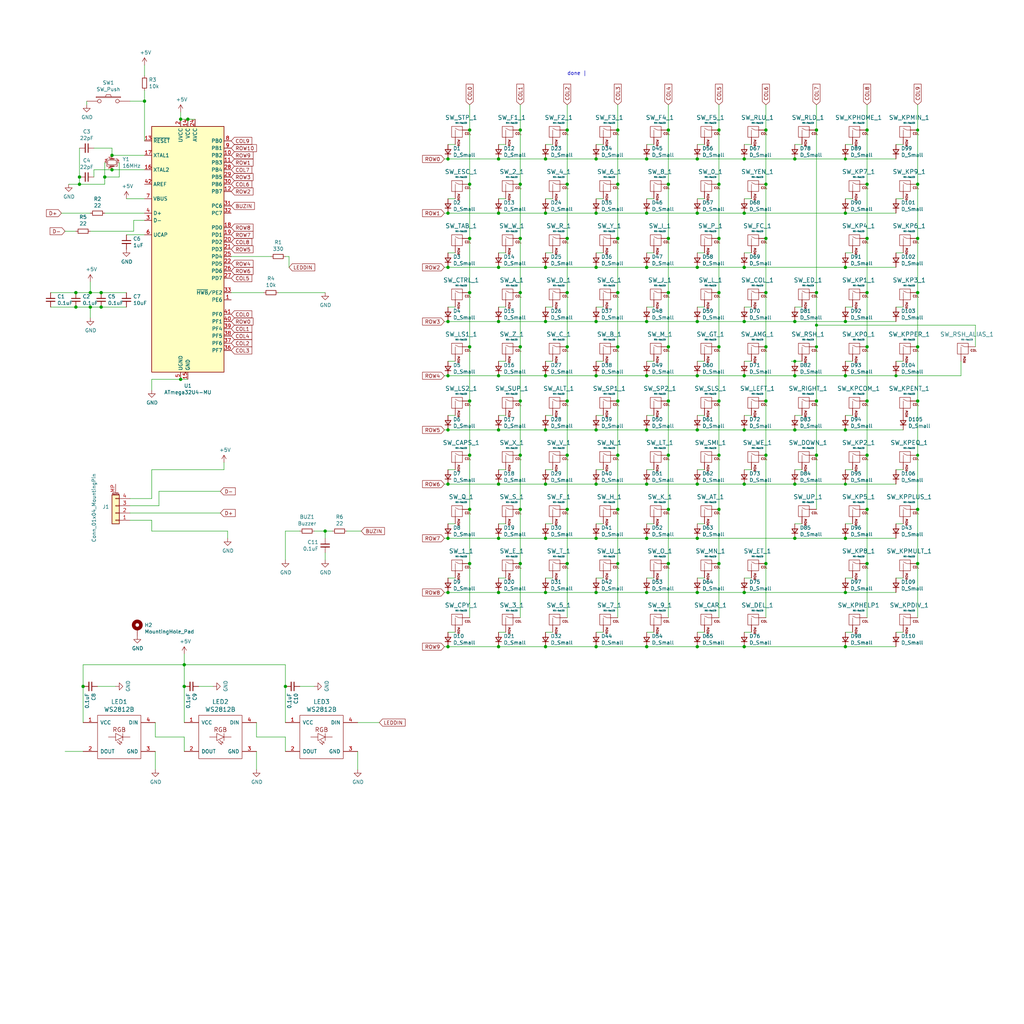
<source format=kicad_sch>
(kicad_sch (version 20221110) (generator eeschema)
  (paper "User" 359.994 359.994)
  (junction (at 29.21 241.3) (diameter 1.016))
  (junction (at 314.96 132.08))
  (junction (at 269.24 160.02) (diameter 1.016))
  (junction (at 209.55 189.23) (diameter 1.016))
  (junction (at 252.73 121.92) (diameter 1.016))
  (junction (at 234.95 179.07) (diameter 1.016))
  (junction (at 199.39 83.82) (diameter 1.016))
  (junction (at 191.77 113.03) (diameter 1.016))
  (junction (at 261.62 132.08) (diameter 1.016))
  (junction (at 191.77 227.33) (diameter 1.016))
  (junction (at 157.48 189.23) (diameter 1.016))
  (junction (at 252.73 64.77) (diameter 1.016))
  (junction (at 31.75 107.95) (diameter 1.016))
  (junction (at 227.33 93.98) (diameter 1.016))
  (junction (at 182.88 179.07) (diameter 1.016))
  (junction (at 157.48 208.28) (diameter 1.016))
  (junction (at 182.88 64.77) (diameter 1.016))
  (junction (at 165.1 179.07) (diameter 1.016))
  (junction (at 182.88 102.87) (diameter 1.016))
  (junction (at 27.94 64.77) (diameter 1.016))
  (junction (at 35.56 102.87) (diameter 1.016))
  (junction (at 191.77 132.08) (diameter 1.016))
  (junction (at 63.5 41.91) (diameter 1.016))
  (junction (at 245.11 93.98) (diameter 1.016))
  (junction (at 165.1 102.87) (diameter 1.016))
  (junction (at 234.95 64.77) (diameter 1.016))
  (junction (at 217.17 45.72) (diameter 1.016))
  (junction (at 217.17 102.87) (diameter 1.016))
  (junction (at 261.62 170.18) (diameter 1.016))
  (junction (at 304.8 198.12) (diameter 1.016))
  (junction (at 261.62 151.13) (diameter 1.016))
  (junction (at 252.73 160.02) (diameter 1.016))
  (junction (at 234.95 45.72) (diameter 1.016))
  (junction (at 322.58 45.72))
  (junction (at 175.26 189.23) (diameter 1.016))
  (junction (at 165.1 83.82) (diameter 1.016))
  (junction (at 322.58 64.77) (diameter 1.016))
  (junction (at 209.55 74.93) (diameter 1.016))
  (junction (at 209.55 151.13) (diameter 1.016))
  (junction (at 175.26 113.03) (diameter 1.016))
  (junction (at 175.26 170.18) (diameter 1.016))
  (junction (at 165.1 140.97) (diameter 1.016))
  (junction (at 227.33 55.88) (diameter 1.016))
  (junction (at 252.73 45.72) (diameter 1.016))
  (junction (at 209.55 170.18) (diameter 1.016))
  (junction (at 297.18 208.28) (diameter 1.016))
  (junction (at 217.17 64.77) (diameter 1.016))
  (junction (at 297.18 189.23) (diameter 1.016))
  (junction (at 297.18 113.03) (diameter 1.016))
  (junction (at 209.55 55.88) (diameter 1.016))
  (junction (at 279.4 113.03) (diameter 1.016))
  (junction (at 199.39 64.77) (diameter 1.016))
  (junction (at 199.39 102.87) (diameter 1.016))
  (junction (at 304.8 64.77) (diameter 1.016))
  (junction (at 227.33 227.33) (diameter 1.016))
  (junction (at 157.48 93.98) (diameter 1.016))
  (junction (at 245.11 208.28) (diameter 1.016))
  (junction (at 269.24 45.72) (diameter 1.016))
  (junction (at 64.77 233.68) (diameter 1.016))
  (junction (at 279.4 55.88) (diameter 1.016))
  (junction (at 269.24 121.92) (diameter 1.016))
  (junction (at 269.24 83.82) (diameter 1.016))
  (junction (at 279.4 151.13) (diameter 1.016))
  (junction (at 209.55 132.08) (diameter 1.016))
  (junction (at 252.73 102.87) (diameter 1.016))
  (junction (at 297.18 151.13) (diameter 1.016))
  (junction (at 31.75 102.87) (diameter 1.016))
  (junction (at 157.48 227.33) (diameter 1.016))
  (junction (at 157.48 113.03) (diameter 1.016))
  (junction (at 175.26 93.98) (diameter 1.016))
  (junction (at 322.58 160.02))
  (junction (at 165.1 198.12) (diameter 1.016))
  (junction (at 209.55 208.28) (diameter 1.016))
  (junction (at 279.4 127))
  (junction (at 297.18 227.33) (diameter 1.016))
  (junction (at 304.8 179.07) (diameter 1.016))
  (junction (at 175.26 208.28) (diameter 1.016))
  (junction (at 245.11 55.88) (diameter 1.016))
  (junction (at 66.04 41.91) (diameter 1.016))
  (junction (at 297.18 93.98) (diameter 1.016))
  (junction (at 297.18 170.18))
  (junction (at 100.33 241.3) (diameter 1.016))
  (junction (at 297.18 132.08) (diameter 1.016))
  (junction (at 279.4 189.23) (diameter 1.016))
  (junction (at 50.8 35.56) (diameter 1.016))
  (junction (at 217.17 140.97) (diameter 1.016))
  (junction (at 227.33 151.13) (diameter 1.016))
  (junction (at 39.37 54.61) (diameter 1.016))
  (junction (at 269.24 64.77) (diameter 1.016))
  (junction (at 287.02 160.02) (diameter 1.016))
  (junction (at 217.17 198.12))
  (junction (at 63.5 133.35) (diameter 1.016))
  (junction (at 182.88 140.97) (diameter 1.016))
  (junction (at 191.77 151.13) (diameter 1.016))
  (junction (at 234.95 140.97) (diameter 1.016))
  (junction (at 191.77 170.18) (diameter 1.016))
  (junction (at 182.88 198.12) (diameter 1.016))
  (junction (at 64.77 241.3) (diameter 1.016))
  (junction (at 217.17 179.07) (diameter 1.016))
  (junction (at 191.77 189.23) (diameter 1.016))
  (junction (at 157.48 74.93) (diameter 1.016))
  (junction (at 287.02 45.72) (diameter 1.016))
  (junction (at 261.62 208.28) (diameter 1.016))
  (junction (at 287.02 121.92))
  (junction (at 287.02 140.97) (diameter 1.016))
  (junction (at 304.8 45.72) (diameter 1.016))
  (junction (at 322.58 179.07) (diameter 1.016))
  (junction (at 245.11 113.03) (diameter 1.016))
  (junction (at 261.62 113.03) (diameter 1.016))
  (junction (at 227.33 74.93) (diameter 1.016))
  (junction (at 304.8 160.02) (diameter 1.016))
  (junction (at 27.94 62.23) (diameter 1.016))
  (junction (at 234.95 198.12) (diameter 1.016))
  (junction (at 217.17 83.82) (diameter 1.016))
  (junction (at 191.77 74.93) (diameter 1.016))
  (junction (at 322.58 198.12) (diameter 1.016))
  (junction (at 322.58 102.87) (diameter 1.016))
  (junction (at 217.17 121.92) (diameter 1.016))
  (junction (at 322.58 121.92) (diameter 1.016))
  (junction (at 245.11 74.93) (diameter 1.016))
  (junction (at 252.73 83.82) (diameter 1.016))
  (junction (at 165.1 64.77) (diameter 1.016))
  (junction (at 297.18 74.93) (diameter 1.016))
  (junction (at 304.8 140.97) (diameter 1.016))
  (junction (at 157.48 151.13) (diameter 1.016))
  (junction (at 199.39 198.12) (diameter 1.016))
  (junction (at 234.95 121.92) (diameter 1.016))
  (junction (at 175.26 132.08) (diameter 1.016))
  (junction (at 322.58 140.97) (diameter 1.016))
  (junction (at 261.62 55.88) (diameter 1.016))
  (junction (at 252.73 140.97) (diameter 1.016))
  (junction (at 322.58 83.82) (diameter 1.016))
  (junction (at 217.17 160.02) (diameter 1.016))
  (junction (at 245.11 227.33) (diameter 1.016))
  (junction (at 114.3 186.69) (diameter 1.016))
  (junction (at 227.33 208.28) (diameter 1.016))
  (junction (at 245.11 170.18) (diameter 1.016))
  (junction (at 209.55 93.98) (diameter 1.016))
  (junction (at 287.02 114.3))
  (junction (at 304.8 121.92) (diameter 1.016))
  (junction (at 245.11 132.08) (diameter 1.016))
  (junction (at 191.77 93.98) (diameter 1.016))
  (junction (at 199.39 160.02) (diameter 1.016))
  (junction (at 157.48 170.18) (diameter 1.016))
  (junction (at 39.37 59.69) (diameter 1.016))
  (junction (at 287.02 102.87) (diameter 1.016))
  (junction (at 261.62 93.98) (diameter 1.016))
  (junction (at 36.83 62.23) (diameter 1.016))
  (junction (at 26.67 107.95) (diameter 1.016))
  (junction (at 182.88 121.92) (diameter 1.016))
  (junction (at 304.8 83.82) (diameter 1.016))
  (junction (at 199.39 140.97) (diameter 1.016))
  (junction (at 165.1 45.72) (diameter 1.016))
  (junction (at 234.95 102.87) (diameter 1.016))
  (junction (at 297.18 55.88))
  (junction (at 269.24 102.87) (diameter 1.016))
  (junction (at 199.39 45.72) (diameter 1.016))
  (junction (at 252.73 198.12) (diameter 1.016))
  (junction (at 199.39 121.92) (diameter 1.016))
  (junction (at 209.55 113.03) (diameter 1.016))
  (junction (at 157.48 132.08) (diameter 1.016))
  (junction (at 227.33 132.08) (diameter 1.016))
  (junction (at 209.55 227.33) (diameter 1.016))
  (junction (at 175.26 227.33) (diameter 1.016))
  (junction (at 182.88 160.02) (diameter 1.016))
  (junction (at 234.95 160.02) (diameter 1.016))
  (junction (at 261.62 74.93) (diameter 1.016))
  (junction (at 26.67 102.87) (diameter 1.016))
  (junction (at 227.33 170.18) (diameter 1.016))
  (junction (at 234.95 83.82) (diameter 1.016))
  (junction (at 279.4 132.08) (diameter 1.016))
  (junction (at 199.39 179.07) (diameter 1.016))
  (junction (at 227.33 113.03) (diameter 1.016))
  (junction (at 304.8 102.87) (diameter 1.016))
  (junction (at 175.26 74.93) (diameter 1.016))
  (junction (at 269.24 140.97) (diameter 1.016))
  (junction (at 245.11 151.13) (diameter 1.016))
  (junction (at 245.11 189.23) (diameter 1.016))
  (junction (at 175.26 151.13) (diameter 1.016))
  (junction (at 182.88 83.82) (diameter 1.016))
  (junction (at 191.77 208.28) (diameter 1.016))
  (junction (at 252.73 179.07) (diameter 1.016))
  (junction (at 165.1 160.02) (diameter 1.016))
  (junction (at 191.77 55.88) (diameter 1.016))
  (junction (at 175.26 55.88) (diameter 1.016))
  (junction (at 182.88 45.72) (diameter 1.016))
  (junction (at 269.24 198.12) (diameter 1.016))
  (junction (at 165.1 121.92) (diameter 1.016))
  (junction (at 227.33 189.23) (diameter 1.016))
  (junction (at 261.62 227.33) (diameter 1.016))
  (junction (at 157.48 55.88) (diameter 1.016))
  (junction (at 279.4 170.18) (diameter 1.016))
  (junction (at 35.56 107.95) (diameter 1.016))
  (wire (pts (xy 199.39 160.02) (xy 199.39 140.97)))
  (wire (pts (xy 165.1 198.12) (xy 165.1 217.17)))
  (wire (pts (xy 245.11 88.9) (xy 247.65 88.9)))
  (wire (pts (xy 175.26 203.2) (xy 177.8 203.2)))
  (wire (pts (xy 322.58 36.83) (xy 322.58 45.72)))
  (wire (pts (xy 209.55 113.03) (xy 227.33 113.03)))
  (wire (pts (xy 165.1 45.72) (xy 165.1 36.83)))
  (wire (pts (xy 165.1 64.77) (xy 165.1 83.82)))
  (wire (pts (xy 209.55 208.28) (xy 227.33 208.28)))
  (wire (pts (xy 227.33 227.33) (xy 245.11 227.33)))
  (wire (pts (xy 287.02 45.72) (xy 287.02 102.87)))
  (wire (pts (xy 297.18 132.08) (xy 314.96 132.08)))
  (wire (pts (xy 157.48 74.93) (xy 175.26 74.93)))
  (wire (pts (xy 45.72 180.34) (xy 77.47 180.34)))
  (wire (pts (xy 297.18 165.1) (xy 299.72 165.1)))
  (wire (pts (xy 245.11 151.13) (xy 261.62 151.13)))
  (wire (pts (xy 209.55 165.1) (xy 212.09 165.1)))
  (wire (pts (xy 269.24 121.92) (xy 269.24 102.87)))
  (wire (pts (xy 261.62 203.2) (xy 264.16 203.2)))
  (wire (pts (xy 54.61 259.08) (xy 54.61 254)))
  (wire (pts (xy 175.26 132.08) (xy 191.77 132.08)))
  (wire (pts (xy 21.59 74.93) (xy 31.75 74.93)))
  (wire (pts (xy 64.77 259.08) (xy 54.61 259.08)))
  (wire (pts (xy 269.24 160.02) (xy 269.24 140.97)))
  (wire (pts (xy 90.17 264.16) (xy 90.17 270.51)))
  (wire (pts (xy 53.34 165.1) (xy 53.34 175.26)))
  (wire (pts (xy 279.4 50.8) (xy 281.94 50.8)))
  (wire (pts (xy 31.75 111.76) (xy 31.75 107.95)))
  (wire (pts (xy 191.77 170.18) (xy 209.55 170.18)))
  (wire (pts (xy 69.85 241.3) (xy 74.93 241.3)))
  (wire (pts (xy 191.77 113.03) (xy 209.55 113.03)))
  (wire (pts (xy 191.77 88.9) (xy 194.31 88.9)))
  (wire (pts (xy 64.77 241.3) (xy 64.77 254)))
  (wire (pts (xy 121.92 186.69) (xy 127 186.69)))
  (wire (pts (xy 287.02 102.87) (xy 287.02 114.3)))
  (wire (pts (xy 252.73 160.02) (xy 252.73 179.07)))
  (wire (pts (xy 33.02 52.07) (xy 39.37 52.07)))
  (wire (pts (xy 44.45 69.85) (xy 50.8 69.85)))
  (wire (pts (xy 269.24 45.72) (xy 269.24 36.83)))
  (wire (pts (xy 261.62 50.8) (xy 264.16 50.8)))
  (wire (pts (xy 287.02 45.72) (xy 287.02 36.83)))
  (wire (pts (xy 39.37 59.69) (xy 50.8 59.69)))
  (wire (pts (xy 209.55 203.2) (xy 212.09 203.2)))
  (wire (pts (xy 287.02 140.97) (xy 287.02 160.02)))
  (wire (pts (xy 261.62 146.05) (xy 264.16 146.05)))
  (wire (pts (xy 199.39 102.87) (xy 199.39 83.82)))
  (wire (pts (xy 227.33 151.13) (xy 245.11 151.13)))
  (wire (pts (xy 234.95 179.07) (xy 234.95 160.02)))
  (wire (pts (xy 209.55 74.93) (xy 227.33 74.93)))
  (wire (pts (xy 261.62 93.98) (xy 297.18 93.98)))
  (wire (pts (xy 63.5 133.35) (xy 66.04 133.35)))
  (wire (pts (xy 100.33 90.17) (xy 101.6 90.17)))
  (wire (pts (xy 217.17 83.82) (xy 217.17 102.87)))
  (wire (pts (xy 217.17 102.87) (xy 217.17 121.92)))
  (wire (pts (xy 279.4 184.15) (xy 281.94 184.15)))
  (wire (pts (xy 234.95 140.97) (xy 234.95 121.92)))
  (wire (pts (xy 245.11 170.18) (xy 261.62 170.18)))
  (wire (pts (xy 156.21 208.28) (xy 157.48 208.28)))
  (wire (pts (xy 157.48 189.23) (xy 175.26 189.23)))
  (wire (pts (xy 50.8 35.56) (xy 50.8 49.53)))
  (wire (pts (xy 304.8 217.17) (xy 304.8 198.12)))
  (wire (pts (xy 66.04 41.91) (xy 68.58 41.91)))
  (wire (pts (xy 175.26 184.15) (xy 177.8 184.15)))
  (wire (pts (xy 245.11 107.95) (xy 247.65 107.95)))
  (wire (pts (xy 252.73 198.12) (xy 252.73 217.17)))
  (wire (pts (xy 287.02 114.3) (xy 287.02 121.92)))
  (wire (pts (xy 245.11 93.98) (xy 261.62 93.98)))
  (wire (pts (xy 261.62 222.25) (xy 264.16 222.25)))
  (wire (pts (xy 279.4 127) (xy 281.94 127)))
  (wire (pts (xy 245.11 203.2) (xy 247.65 203.2)))
  (wire (pts (xy 227.33 74.93) (xy 245.11 74.93)))
  (wire (pts (xy 100.33 233.68) (xy 100.33 241.3)))
  (wire (pts (xy 297.18 189.23) (xy 314.96 189.23)))
  (wire (pts (xy 191.77 127) (xy 194.31 127)))
  (wire (pts (xy 114.3 194.31) (xy 114.3 196.85)))
  (wire (pts (xy 105.41 241.3) (xy 110.49 241.3)))
  (wire (pts (xy 279.4 151.13) (xy 297.18 151.13)))
  (wire (pts (xy 199.39 45.72) (xy 199.39 36.83)))
  (wire (pts (xy 175.26 227.33) (xy 191.77 227.33)))
  (wire (pts (xy 227.33 55.88) (xy 245.11 55.88)))
  (wire (pts (xy 36.83 57.15) (xy 36.83 62.23)))
  (wire (pts (xy 227.33 170.18) (xy 245.11 170.18)))
  (wire (pts (xy 314.96 50.8) (xy 317.5 50.8)))
  (wire (pts (xy 234.95 102.87) (xy 234.95 83.82)))
  (wire (pts (xy 209.55 93.98) (xy 227.33 93.98)))
  (wire (pts (xy 182.88 160.02) (xy 182.88 179.07)))
  (wire (pts (xy 261.62 107.95) (xy 264.16 107.95)))
  (wire (pts (xy 182.88 45.72) (xy 182.88 36.83)))
  (wire (pts (xy 234.95 160.02) (xy 234.95 140.97)))
  (wire (pts (xy 191.77 165.1) (xy 194.31 165.1)))
  (wire (pts (xy 227.33 69.85) (xy 229.87 69.85)))
  (wire (pts (xy 217.17 160.02) (xy 217.17 179.07)))
  (wire (pts (xy 199.39 121.92) (xy 199.39 102.87)))
  (wire (pts (xy 110.49 186.69) (xy 114.3 186.69)))
  (wire (pts (xy 114.3 186.69) (xy 116.84 186.69)))
  (wire (pts (xy 252.73 45.72) (xy 252.73 36.83)))
  (wire (pts (xy 227.33 203.2) (xy 229.87 203.2)))
  (wire (pts (xy 245.11 113.03) (xy 261.62 113.03)))
  (wire (pts (xy 157.48 165.1) (xy 160.02 165.1)))
  (wire (pts (xy 252.73 64.77) (xy 252.73 83.82)))
  (wire (pts (xy 157.48 55.88) (xy 175.26 55.88)))
  (wire (pts (xy 297.18 113.03) (xy 314.96 113.03)))
  (wire (pts (xy 261.62 88.9) (xy 264.16 88.9)))
  (wire (pts (xy 314.96 69.85) (xy 317.5 69.85)))
  (wire (pts (xy 234.95 64.77) (xy 234.95 45.72)))
  (wire (pts (xy 297.18 222.25) (xy 299.72 222.25)))
  (wire (pts (xy 252.73 102.87) (xy 252.73 121.92)))
  (wire (pts (xy 41.91 62.23) (xy 36.83 62.23)))
  (wire (pts (xy 245.11 127) (xy 247.65 127)))
  (wire (pts (xy 114.3 186.69) (xy 114.3 189.23)))
  (wire (pts (xy 279.4 132.08) (xy 297.18 132.08)))
  (wire (pts (xy 157.48 227.33) (xy 175.26 227.33)))
  (wire (pts (xy 175.26 107.95) (xy 177.8 107.95)))
  (wire (pts (xy 217.17 140.97) (xy 217.17 160.02)))
  (wire (pts (xy 50.8 26.67) (xy 50.8 22.86)))
  (wire (pts (xy 165.1 102.87) (xy 165.1 121.92)))
  (wire (pts (xy 322.58 102.87) (xy 322.58 121.92)))
  (wire (pts (xy 342.9 114.3) (xy 342.9 121.92)))
  (wire (pts (xy 55.88 177.8) (xy 45.72 177.8)))
  (wire (pts (xy 245.11 222.25) (xy 247.65 222.25)))
  (wire (pts (xy 269.24 64.77) (xy 269.24 45.72)))
  (wire (pts (xy 269.24 102.87) (xy 269.24 83.82)))
  (wire (pts (xy 279.4 146.05) (xy 281.94 146.05)))
  (wire (pts (xy 165.1 121.92) (xy 165.1 140.97)))
  (wire (pts (xy 36.83 74.93) (xy 50.8 74.93)))
  (wire (pts (xy 314.96 107.95) (xy 317.5 107.95)))
  (wire (pts (xy 314.96 222.25) (xy 317.5 222.25)))
  (wire (pts (xy 157.48 184.15) (xy 160.02 184.15)))
  (wire (pts (xy 191.77 227.33) (xy 209.55 227.33)))
  (wire (pts (xy 53.34 182.88) (xy 53.34 186.69)))
  (wire (pts (xy 191.77 69.85) (xy 194.31 69.85)))
  (wire (pts (xy 26.67 102.87) (xy 31.75 102.87)))
  (wire (pts (xy 252.73 121.92) (xy 252.73 140.97)))
  (wire (pts (xy 279.4 113.03) (xy 297.18 113.03)))
  (wire (pts (xy 156.21 132.08) (xy 157.48 132.08)))
  (wire (pts (xy 261.62 113.03) (xy 279.4 113.03)))
  (wire (pts (xy 227.33 165.1) (xy 229.87 165.1)))
  (wire (pts (xy 279.4 107.95) (xy 281.94 107.95)))
  (wire (pts (xy 165.1 45.72) (xy 165.1 64.77)))
  (wire (pts (xy 55.88 172.72) (xy 55.88 177.8)))
  (wire (pts (xy 27.94 52.07) (xy 27.94 62.23)))
  (wire (pts (xy 156.21 55.88) (xy 157.48 55.88)))
  (wire (pts (xy 39.37 59.69) (xy 33.02 59.69)))
  (wire (pts (xy 199.39 83.82) (xy 199.39 64.77)))
  (wire (pts (xy 78.74 162.56) (xy 78.74 165.1)))
  (wire (pts (xy 245.11 50.8) (xy 247.65 50.8)))
  (wire (pts (xy 297.18 55.88) (xy 314.96 55.88)))
  (wire (pts (xy 157.48 69.85) (xy 160.02 69.85)))
  (wire (pts (xy 261.62 208.28) (xy 297.18 208.28)))
  (wire (pts (xy 64.77 233.68) (xy 64.77 229.87)))
  (wire (pts (xy 209.55 170.18) (xy 227.33 170.18)))
  (wire (pts (xy 191.77 208.28) (xy 209.55 208.28)))
  (wire (pts (xy 245.11 74.93) (xy 261.62 74.93)))
  (wire (pts (xy 182.88 140.97) (xy 182.88 160.02)))
  (wire (pts (xy 27.94 64.77) (xy 24.13 64.77)))
  (wire (pts (xy 157.48 146.05) (xy 160.02 146.05)))
  (wire (pts (xy 182.88 179.07) (xy 182.88 198.12)))
  (wire (pts (xy 165.1 83.82) (xy 165.1 102.87)))
  (wire (pts (xy 101.6 90.17) (xy 101.6 93.98)))
  (wire (pts (xy 125.73 264.16) (xy 125.73 270.51)))
  (wire (pts (xy 314.96 165.1) (xy 317.5 165.1)))
  (wire (pts (xy 41.91 57.15) (xy 41.91 62.23)))
  (wire (pts (xy 165.1 160.02) (xy 165.1 179.07)))
  (wire (pts (xy 217.17 45.72) (xy 217.17 36.83)))
  (wire (pts (xy 304.8 121.92) (xy 304.8 102.87)))
  (wire (pts (xy 157.48 151.13) (xy 175.26 151.13)))
  (wire (pts (xy 29.21 233.68) (xy 29.21 241.3)))
  (wire (pts (xy 199.39 179.07) (xy 199.39 160.02)))
  (wire (pts (xy 80.01 186.69) (xy 80.01 189.23)))
  (wire (pts (xy 157.48 208.28) (xy 175.26 208.28)))
  (wire (pts (xy 252.73 179.07) (xy 252.73 198.12)))
  (wire (pts (xy 245.11 165.1) (xy 247.65 165.1)))
  (wire (pts (xy 234.95 121.92) (xy 234.95 102.87)))
  (wire (pts (xy 227.33 88.9) (xy 229.87 88.9)))
  (wire (pts (xy 209.55 50.8) (xy 212.09 50.8)))
  (wire (pts (xy 287.02 121.92) (xy 287.02 140.97)))
  (wire (pts (xy 31.75 81.28) (xy 46.99 81.28)))
  (wire (pts (xy 46.99 81.28) (xy 46.99 77.47)))
  (wire (pts (xy 175.26 74.93) (xy 191.77 74.93)))
  (wire (pts (xy 182.88 45.72) (xy 182.88 64.77)))
  (wire (pts (xy 234.95 45.72) (xy 234.95 36.83)))
  (wire (pts (xy 36.83 64.77) (xy 27.94 64.77)))
  (wire (pts (xy 279.4 189.23) (xy 297.18 189.23)))
  (wire (pts (xy 175.26 170.18) (xy 191.77 170.18)))
  (wire (pts (xy 50.8 54.61) (xy 39.37 54.61)))
  (wire (pts (xy 31.75 107.95) (xy 26.67 107.95)))
  (wire (pts (xy 322.58 64.77) (xy 322.58 83.82)))
  (wire (pts (xy 175.26 127) (xy 177.8 127)))
  (wire (pts (xy 100.33 264.16) (xy 100.33 259.08)))
  (wire (pts (xy 175.26 208.28) (xy 191.77 208.28)))
  (wire (pts (xy 157.48 170.18) (xy 175.26 170.18)))
  (wire (pts (xy 191.77 184.15) (xy 194.31 184.15)))
  (wire (pts (xy 261.62 127) (xy 264.16 127)))
  (wire (pts (xy 234.95 198.12) (xy 234.95 179.07)))
  (wire (pts (xy 297.18 93.98) (xy 314.96 93.98)))
  (wire (pts (xy 191.77 74.93) (xy 209.55 74.93)))
  (wire (pts (xy 157.48 127) (xy 160.02 127)))
  (wire (pts (xy 191.77 146.05) (xy 194.31 146.05)))
  (wire (pts (xy 227.33 113.03) (xy 245.11 113.03)))
  (wire (pts (xy 234.95 217.17) (xy 234.95 198.12)))
  (wire (pts (xy 175.26 151.13) (xy 191.77 151.13)))
  (wire (pts (xy 209.55 184.15) (xy 212.09 184.15)))
  (wire (pts (xy 81.28 102.87) (xy 92.71 102.87)))
  (wire (pts (xy 175.26 189.23) (xy 191.77 189.23)))
  (wire (pts (xy 156.21 227.33) (xy 157.48 227.33)))
  (wire (pts (xy 182.88 64.77) (xy 182.88 83.82)))
  (wire (pts (xy 157.48 222.25) (xy 160.02 222.25)))
  (wire (pts (xy 261.62 74.93) (xy 297.18 74.93)))
  (wire (pts (xy 175.26 69.85) (xy 177.8 69.85)))
  (wire (pts (xy 156.21 74.93) (xy 157.48 74.93)))
  (wire (pts (xy 261.62 132.08) (xy 279.4 132.08)))
  (wire (pts (xy 100.33 259.08) (xy 90.17 259.08)))
  (wire (pts (xy 44.45 107.95) (xy 35.56 107.95)))
  (wire (pts (xy 297.18 50.8) (xy 299.72 50.8)))
  (wire (pts (xy 245.11 69.85) (xy 247.65 69.85)))
  (wire (pts (xy 261.62 165.1) (xy 264.16 165.1)))
  (wire (pts (xy 297.18 127) (xy 299.72 127)))
  (wire (pts (xy 209.55 189.23) (xy 227.33 189.23)))
  (wire (pts (xy 175.26 146.05) (xy 177.8 146.05)))
  (wire (pts (xy 269.24 217.17) (xy 269.24 198.12)))
  (wire (pts (xy 17.78 102.87) (xy 26.67 102.87)))
  (wire (pts (xy 191.77 189.23) (xy 209.55 189.23)))
  (wire (pts (xy 322.58 121.92) (xy 322.58 140.97)))
  (wire (pts (xy 322.58 140.97) (xy 322.58 160.02)))
  (wire (pts (xy 322.58 179.07) (xy 322.58 198.12)))
  (wire (pts (xy 209.55 132.08) (xy 227.33 132.08)))
  (wire (pts (xy 26.67 107.95) (xy 17.78 107.95)))
  (wire (pts (xy 191.77 55.88) (xy 209.55 55.88)))
  (wire (pts (xy 90.17 259.08) (xy 90.17 254)))
  (wire (pts (xy 53.34 182.88) (xy 45.72 182.88)))
  (wire (pts (xy 245.11 184.15) (xy 247.65 184.15)))
  (wire (pts (xy 217.17 64.77) (xy 217.17 83.82)))
  (wire (pts (xy 199.39 64.77) (xy 199.39 45.72)))
  (wire (pts (xy 245.11 55.88) (xy 261.62 55.88)))
  (wire (pts (xy 191.77 132.08) (xy 209.55 132.08)))
  (wire (pts (xy 227.33 189.23) (xy 245.11 189.23)))
  (wire (pts (xy 45.72 35.56) (xy 50.8 35.56)))
  (wire (pts (xy 227.33 127) (xy 229.87 127)))
  (wire (pts (xy 100.33 241.3) (xy 100.33 254)))
  (wire (pts (xy 29.21 264.16) (xy 22.86 264.16)))
  (wire (pts (xy 304.8 83.82) (xy 304.8 64.77)))
  (wire (pts (xy 191.77 107.95) (xy 194.31 107.95)))
  (wire (pts (xy 182.88 83.82) (xy 182.88 102.87)))
  (wire (pts (xy 64.77 233.68) (xy 64.77 241.3)))
  (wire (pts (xy 53.34 137.16) (xy 53.34 133.35)))
  (wire (pts (xy 314.96 127) (xy 317.5 127)))
  (wire (pts (xy 63.5 41.91) (xy 63.5 39.37)))
  (wire (pts (xy 227.33 146.05) (xy 229.87 146.05)))
  (wire (pts (xy 55.88 172.72) (xy 77.47 172.72)))
  (wire (pts (xy 175.26 222.25) (xy 177.8 222.25)))
  (wire (pts (xy 314.96 203.2) (xy 317.5 203.2)))
  (wire (pts (xy 157.48 93.98) (xy 175.26 93.98)))
  (wire (pts (xy 156.21 113.03) (xy 157.48 113.03)))
  (wire (pts (xy 252.73 83.82) (xy 252.73 102.87)))
  (wire (pts (xy 36.83 62.23) (xy 36.83 64.77)))
  (wire (pts (xy 157.48 107.95) (xy 160.02 107.95)))
  (wire (pts (xy 46.99 77.47) (xy 50.8 77.47)))
  (wire (pts (xy 209.55 127) (xy 212.09 127)))
  (wire (pts (xy 191.77 93.98) (xy 209.55 93.98)))
  (wire (pts (xy 50.8 35.56) (xy 50.8 31.75)))
  (wire (pts (xy 209.55 107.95) (xy 212.09 107.95)))
  (wire (pts (xy 217.17 198.12) (xy 217.17 217.17)))
  (wire (pts (xy 133.35 254) (xy 125.73 254)))
  (wire (pts (xy 53.34 165.1) (xy 78.74 165.1)))
  (wire (pts (xy 22.86 81.28) (xy 26.67 81.28)))
  (wire (pts (xy 175.26 88.9) (xy 177.8 88.9)))
  (wire (pts (xy 157.48 50.8) (xy 160.02 50.8)))
  (wire (pts (xy 297.18 146.05) (xy 299.72 146.05)))
  (wire (pts (xy 50.8 82.55) (xy 44.45 82.55)))
  (wire (pts (xy 227.33 208.28) (xy 245.11 208.28)))
  (wire (pts (xy 199.39 198.12) (xy 199.39 179.07)))
  (wire (pts (xy 227.33 222.25) (xy 229.87 222.25)))
  (wire (pts (xy 304.8 140.97) (xy 304.8 121.92)))
  (wire (pts (xy 304.8 64.77) (xy 304.8 45.72)))
  (wire (pts (xy 297.18 227.33) (xy 314.96 227.33)))
  (wire (pts (xy 279.4 165.1) (xy 281.94 165.1)))
  (wire (pts (xy 304.8 45.72) (xy 304.8 36.83)))
  (wire (pts (xy 175.26 165.1) (xy 177.8 165.1)))
  (wire (pts (xy 322.58 83.82) (xy 322.58 102.87)))
  (wire (pts (xy 261.62 69.85) (xy 264.16 69.85)))
  (wire (pts (xy 64.77 264.16) (xy 64.77 259.08)))
  (wire (pts (xy 279.4 55.88) (xy 297.18 55.88)))
  (wire (pts (xy 191.77 222.25) (xy 194.31 222.25)))
  (wire (pts (xy 322.58 160.02) (xy 322.58 179.07)))
  (wire (pts (xy 297.18 88.9) (xy 299.72 88.9)))
  (wire (pts (xy 175.26 113.03) (xy 191.77 113.03)))
  (wire (pts (xy 252.73 45.72) (xy 252.73 64.77)))
  (wire (pts (xy 175.26 93.98) (xy 191.77 93.98)))
  (wire (pts (xy 157.48 132.08) (xy 175.26 132.08)))
  (wire (pts (xy 156.21 170.18) (xy 157.48 170.18)))
  (wire (pts (xy 322.58 198.12) (xy 322.58 217.17)))
  (wire (pts (xy 297.18 107.95) (xy 299.72 107.95)))
  (wire (pts (xy 100.33 186.69) (xy 100.33 196.85)))
  (wire (pts (xy 63.5 41.91) (xy 66.04 41.91)))
  (wire (pts (xy 261.62 55.88) (xy 279.4 55.88)))
  (wire (pts (xy 297.18 208.28) (xy 314.96 208.28)))
  (wire (pts (xy 322.58 45.72) (xy 322.58 64.77)))
  (wire (pts (xy 175.26 50.8) (xy 177.8 50.8)))
  (wire (pts (xy 209.55 227.33) (xy 227.33 227.33)))
  (wire (pts (xy 156.21 189.23) (xy 157.48 189.23)))
  (wire (pts (xy 165.1 179.07) (xy 165.1 198.12)))
  (wire (pts (xy 64.77 233.68) (xy 29.21 233.68)))
  (wire (pts (xy 157.48 113.03) (xy 175.26 113.03)))
  (wire (pts (xy 261.62 227.33) (xy 297.18 227.33)))
  (wire (pts (xy 182.88 198.12) (xy 182.88 217.17)))
  (wire (pts (xy 191.77 151.13) (xy 209.55 151.13)))
  (wire (pts (xy 191.77 50.8) (xy 194.31 50.8)))
  (wire (pts (xy 53.34 186.69) (xy 80.01 186.69)))
  (wire (pts (xy 304.8 160.02) (xy 304.8 140.97)))
  (wire (pts (xy 33.02 59.69) (xy 33.02 62.23)))
  (wire (pts (xy 156.21 93.98) (xy 157.48 93.98)))
  (wire (pts (xy 53.34 133.35) (xy 63.5 133.35)))
  (wire (pts (xy 245.11 132.08) (xy 261.62 132.08)))
  (wire (pts (xy 227.33 107.95) (xy 229.87 107.95)))
  (wire (pts (xy 314.96 132.08) (xy 337.82 132.08)))
  (wire (pts (xy 182.88 121.92) (xy 182.88 140.97)))
  (wire (pts (xy 31.75 102.87) (xy 31.75 99.06)))
  (wire (pts (xy 97.79 102.87) (xy 114.3 102.87)))
  (wire (pts (xy 156.21 151.13) (xy 157.48 151.13)))
  (wire (pts (xy 217.17 179.07) (xy 217.17 198.12)))
  (wire (pts (xy 269.24 140.97) (xy 269.24 121.92)))
  (wire (pts (xy 209.55 146.05) (xy 212.09 146.05)))
  (wire (pts (xy 35.56 102.87) (xy 44.45 102.87)))
  (wire (pts (xy 234.95 83.82) (xy 234.95 64.77)))
  (wire (pts (xy 227.33 50.8) (xy 229.87 50.8)))
  (wire (pts (xy 217.17 45.72) (xy 217.17 64.77)))
  (wire (pts (xy 165.1 140.97) (xy 165.1 160.02)))
  (wire (pts (xy 304.8 179.07) (xy 304.8 160.02)))
  (wire (pts (xy 261.62 170.18) (xy 279.4 170.18)))
  (wire (pts (xy 31.75 102.87) (xy 35.56 102.87)))
  (wire (pts (xy 297.18 74.93) (xy 314.96 74.93)))
  (wire (pts (xy 39.37 52.07) (xy 39.37 54.61)))
  (wire (pts (xy 217.17 121.92) (xy 217.17 140.97)))
  (wire (pts (xy 157.48 203.2) (xy 160.02 203.2)))
  (wire (pts (xy 297.18 69.85) (xy 299.72 69.85)))
  (wire (pts (xy 314.96 184.15) (xy 317.5 184.15)))
  (wire (pts (xy 245.11 189.23) (xy 279.4 189.23)))
  (wire (pts (xy 287.02 114.3) (xy 342.9 114.3)))
  (wire (pts (xy 199.39 140.97) (xy 199.39 121.92)))
  (wire (pts (xy 182.88 102.87) (xy 182.88 121.92)))
  (wire (pts (xy 227.33 184.15) (xy 229.87 184.15)))
  (wire (pts (xy 287.02 160.02) (xy 287.02 179.07)))
  (wire (pts (xy 279.4 170.18) (xy 297.18 170.18)))
  (wire (pts (xy 297.18 184.15) (xy 299.72 184.15)))
  (wire (pts (xy 209.55 69.85) (xy 212.09 69.85)))
  (wire (pts (xy 209.55 55.88) (xy 227.33 55.88)))
  (wire (pts (xy 304.8 102.87) (xy 304.8 83.82)))
  (wire (pts (xy 297.18 151.13) (xy 317.5 151.13)))
  (wire (pts (xy 227.33 93.98) (xy 245.11 93.98)))
  (wire (pts (xy 30.48 36.83) (xy 30.48 35.56)))
  (wire (pts (xy 209.55 88.9) (xy 212.09 88.9)))
  (wire (pts (xy 261.62 151.13) (xy 279.4 151.13)))
  (wire (pts (xy 245.11 208.28) (xy 261.62 208.28)))
  (wire (pts (xy 100.33 186.69) (xy 105.41 186.69)))
  (wire (pts (xy 245.11 146.05) (xy 247.65 146.05)))
  (wire (pts (xy 157.48 88.9) (xy 160.02 88.9)))
  (wire (pts (xy 64.77 233.68) (xy 100.33 233.68)))
  (wire (pts (xy 209.55 151.13) (xy 227.33 151.13)))
  (wire (pts (xy 45.72 175.26) (xy 53.34 175.26)))
  (wire (pts (xy 54.61 264.16) (xy 54.61 270.51)))
  (wire (pts (xy 297.18 203.2) (xy 299.72 203.2)))
  (wire (pts (xy 81.28 90.17) (xy 95.25 90.17)))
  (wire (pts (xy 227.33 132.08) (xy 245.11 132.08)))
  (wire (pts (xy 269.24 83.82) (xy 269.24 64.77)))
  (wire (pts (xy 314.96 88.9) (xy 317.5 88.9)))
  (wire (pts (xy 34.29 241.3) (xy 40.64 241.3)))
  (wire (pts (xy 29.21 241.3) (xy 29.21 254)))
  (wire (pts (xy 209.55 222.25) (xy 212.09 222.25)))
  (wire (pts (xy 191.77 203.2) (xy 194.31 203.2)))
  (wire (pts (xy 252.73 140.97) (xy 252.73 160.02)))
  (wire (pts (xy 245.11 227.33) (xy 261.62 227.33)))
  (wire (pts (xy 269.24 160.02) (xy 269.24 198.12)))
  (wire (pts (xy 278.13 127) (xy 279.4 127)))
  (wire (pts (xy 27.94 62.23) (xy 27.94 64.77)))
  (wire (pts (xy 337.82 127) (xy 337.82 132.08)))
  (wire (pts (xy 35.56 107.95) (xy 31.75 107.95)))
  (wire (pts (xy 304.8 198.12) (xy 304.8 179.07)))
  (wire (pts (xy 297.18 170.18) (xy 314.96 170.18)))
  (wire (pts (xy 199.39 217.17) (xy 199.39 198.12)))
  (wire (pts (xy 175.26 55.88) (xy 191.77 55.88)))
  (text "done |" (at 199.39 26.67 0) (effects (font (size 1.27 1.27)) (justify left bottom)))
  (global_label "ROW2" (shape input) (at 81.28 67.31 0) (property "Intersheet References" "${INTERSHEET_REFS}" (effects hide)))
  (global_label "COL8" (shape input) (at 304.8 36.83 90) (property "Intersheet References" "${INTERSHEET_REFS}" (effects hide)))
  (global_label "COL5" (shape input) (at 81.28 97.79 0) (property "Intersheet References" "${INTERSHEET_REFS}" (effects hide)))
  (global_label "LEDDIN" (shape input) (at 101.6 93.98 0) (property "Intersheet References" "${INTERSHEET_REFS}" (effects hide)))
  (global_label "D+" (shape input) (at 77.47 180.34 0) (property "Intersheet References" "${INTERSHEET_REFS}" (effects hide)))
  (global_label "ROW3" (shape input) (at 156.21 113.03 180) (property "Intersheet References" "${INTERSHEET_REFS}" (effects hide)))
  (global_label "COL3" (shape input) (at 81.28 123.19 0) (property "Intersheet References" "${INTERSHEET_REFS}" (effects hide)))
  (global_label "COL8" (shape input) (at 81.28 85.09 0) (property "Intersheet References" "${INTERSHEET_REFS}" (effects hide)))
  (global_label "ROW4" (shape input) (at 81.28 92.71 0) (property "Intersheet References" "${INTERSHEET_REFS}" (effects hide)))
  (global_label "COL4" (shape input) (at 81.28 118.11 0) (property "Intersheet References" "${INTERSHEET_REFS}" (effects hide)))
  (global_label "ROW3" (shape input) (at 81.28 62.23 0) (property "Intersheet References" "${INTERSHEET_REFS}" (effects hide)))
  (global_label "COL3" (shape input) (at 217.17 36.83 90) (property "Intersheet References" "${INTERSHEET_REFS}" (effects hide)))
  (global_label "ROW7" (shape input) (at 81.28 82.55 0) (property "Intersheet References" "${INTERSHEET_REFS}" (effects hide)))
  (global_label "ROW5" (shape input) (at 156.21 151.13 180) (property "Intersheet References" "${INTERSHEET_REFS}" (effects hide)))
  (global_label "COL2" (shape input) (at 199.39 36.83 90) (property "Intersheet References" "${INTERSHEET_REFS}" (effects hide)))
  (global_label "ROW6" (shape input) (at 156.21 170.18 180) (property "Intersheet References" "${INTERSHEET_REFS}" (effects hide)))
  (global_label "D+" (shape input) (at 21.59 74.93 180) (property "Intersheet References" "${INTERSHEET_REFS}" (effects hide)))
  (global_label "COL2" (shape input) (at 81.28 120.65 0) (property "Intersheet References" "${INTERSHEET_REFS}" (effects hide)))
  (global_label "COL7" (shape input) (at 287.02 36.83 90) (property "Intersheet References" "${INTERSHEET_REFS}" (effects hide)))
  (global_label "D-" (shape input) (at 22.86 81.28 180) (property "Intersheet References" "${INTERSHEET_REFS}" (effects hide)))
  (global_label "ROW2" (shape input) (at 156.21 93.98 180) (property "Intersheet References" "${INTERSHEET_REFS}" (effects hide)))
  (global_label "ROW0" (shape input) (at 156.21 55.88 180) (property "Intersheet References" "${INTERSHEET_REFS}" (effects hide)))
  (global_label "LEDDIN" (shape input) (at 133.35 254 0) (property "Intersheet References" "${INTERSHEET_REFS}" (effects hide)))
  (global_label "COL7" (shape input) (at 81.28 59.69 0) (property "Intersheet References" "${INTERSHEET_REFS}" (effects hide)))
  (global_label "ROW1" (shape input) (at 156.21 74.93 180) (property "Intersheet References" "${INTERSHEET_REFS}" (effects hide)))
  (global_label "ROW8" (shape input) (at 81.28 80.01 0) (property "Intersheet References" "${INTERSHEET_REFS}" (effects hide)))
  (global_label "ROW5" (shape input) (at 81.28 87.63 0) (property "Intersheet References" "${INTERSHEET_REFS}" (effects hide)))
  (global_label "COL1" (shape input) (at 81.28 115.57 0) (property "Intersheet References" "${INTERSHEET_REFS}" (effects hide)))
  (global_label "ROW9" (shape input) (at 156.21 227.33 180) (property "Intersheet References" "${INTERSHEET_REFS}" (effects hide)))
  (global_label "COL6" (shape input) (at 81.28 64.77 0) (property "Intersheet References" "${INTERSHEET_REFS}" (effects hide)))
  (global_label "ROW9" (shape input) (at 81.28 54.61 0) (property "Intersheet References" "${INTERSHEET_REFS}" (effects hide)))
  (global_label "COL9" (shape input) (at 81.28 49.53 0) (property "Intersheet References" "${INTERSHEET_REFS}" (effects hide)))
  (global_label "COL0" (shape input) (at 165.1 36.83 90) (property "Intersheet References" "${INTERSHEET_REFS}" (effects hide)))
  (global_label "COL0" (shape input) (at 81.28 110.49 0) (property "Intersheet References" "${INTERSHEET_REFS}" (effects hide)))
  (global_label "COL4" (shape input) (at 234.95 36.83 90) (property "Intersheet References" "${INTERSHEET_REFS}" (effects hide)))
  (global_label "D-" (shape input) (at 77.47 172.72 0) (property "Intersheet References" "${INTERSHEET_REFS}" (effects hide)))
  (global_label "BUZIN" (shape input) (at 127 186.69 0) (property "Intersheet References" "${INTERSHEET_REFS}" (effects hide)))
  (global_label "ROW8" (shape input) (at 156.21 208.28 180) (property "Intersheet References" "${INTERSHEET_REFS}" (effects hide)))
  (global_label "ROW6" (shape input) (at 81.28 95.25 0) (property "Intersheet References" "${INTERSHEET_REFS}" (effects hide)))
  (global_label "COL6" (shape input) (at 269.24 36.83 90) (property "Intersheet References" "${INTERSHEET_REFS}" (effects hide)))
  (global_label "COL1" (shape input) (at 182.88 36.83 90) (property "Intersheet References" "${INTERSHEET_REFS}" (effects hide)))
  (global_label "ROW1" (shape input) (at 81.28 57.15 0) (property "Intersheet References" "${INTERSHEET_REFS}" (effects hide)))
  (global_label "ROW10" (shape input) (at 81.28 52.07 0) (property "Intersheet References" "${INTERSHEET_REFS}" (effects hide)))
  (global_label "ROW0" (shape input) (at 81.28 113.03 0) (property "Intersheet References" "${INTERSHEET_REFS}" (effects hide)))
  (global_label "ROW7" (shape input) (at 156.21 189.23 180) (property "Intersheet References" "${INTERSHEET_REFS}" (effects hide)))
  (global_label "ROW4" (shape input) (at 156.21 132.08 180) (property "Intersheet References" "${INTERSHEET_REFS}" (effects hide)))
  (global_label "COL9" (shape input) (at 322.58 36.83 90) (property "Intersheet References" "${INTERSHEET_REFS}" (effects hide)))
  (global_label "COL5" (shape input) (at 252.73 36.83 90) (property "Intersheet References" "${INTERSHEET_REFS}" (effects hide)))
  (global_label "BUZIN" (shape input) (at 81.28 72.39 0) (property "Intersheet References" "${INTERSHEET_REFS}" (effects hide)))
  (symbol (lib_id "power:GND") (at 53.34 137.16 0) (unit 1)
    (property "Reference" "#PWR0101" (effects hide))
    (property "Value" "GND" (at 53.467 141.5542 0))
  )
  (symbol (lib_id "power:+5V") (at 63.5 39.37 0) (unit 1)
    (property "Reference" "#PWR0102" (effects hide))
    (property "Value" "+5V" (at 63.881 34.9758 0))
  )
  (symbol (lib_id "power:+5V") (at 78.74 162.56 0) (unit 1)
    (property "Reference" "#PWR0111" (effects hide))
    (property "Value" "+5V" (at 79.121 158.1658 0))
  )
  (symbol (lib_id "Device:R_Small") (at 95.25 102.87 270) (unit 1)
    (property "Reference" "R4" (at 95.25 97.8916 90))
    (property "Value" "10k" (at 95.25 100.203 90))
    (property "Footprint" "Resistor_SMD:R_0805_2012Metric" (effects hide))
    (property "Sim.Device" "SPICE" (effects hide))
    (property "Sim.Params" "type=\"\" model=\"10k\" lib=\"\"" (effects hide))
    (property "Sim.Pins" "1=1 2=2" (effects hide))
  )
  (symbol (lib_id "power:GND") (at 114.3 102.87 0) (unit 1)
    (property "Reference" "#PWR0103" (effects hide))
    (property "Value" "GND" (at 114.427 107.2642 0))
  )
  (symbol (lib_id "Device:C_Small") (at 44.45 85.09 0) (unit 1)
    (property "Reference" "C6" (at 46.7868 83.9216 0) (effects (justify left)))
    (property "Value" "1uF" (at 46.7868 86.233 0) (effects (justify left)))
    (property "Footprint" "Capacitor_SMD:C_0805_2012Metric" (effects hide))
    (property "Sim.Device" "SPICE" (effects hide))
    (property "Sim.Params" "type=\"\" model=\"1u\" lib=\"\"" (effects hide))
    (property "Sim.Pins" "1=1 2=2" (effects hide))
  )
  (symbol (lib_id "power:GND") (at 44.45 87.63 0) (unit 1)
    (property "Reference" "#PWR0107" (effects hide))
    (property "Value" "GND" (at 44.577 92.0242 0))
  )
  (symbol (lib_id "Device:C_Small") (at 17.78 105.41 0) (unit 1)
    (property "Reference" "C1" (at 20.1168 104.2416 0) (effects (justify left)))
    (property "Value" "0.1uF" (at 20.1168 106.553 0) (effects (justify left)))
    (property "Footprint" "Capacitor_SMD:C_0805_2012Metric" (effects hide))
    (property "Sim.Device" "SPICE" (effects hide))
    (property "Sim.Params" "type=\"\" model=\"0.1u\" lib=\"\"" (effects hide))
    (property "Sim.Pins" "1=1 2=2" (effects hide))
  )
  (symbol (lib_id "Device:C_Small") (at 26.67 105.41 0) (unit 1)
    (property "Reference" "C2" (at 29.0068 104.2416 0) (effects (justify left)))
    (property "Value" "0.1uF" (at 29.0068 106.553 0) (effects (justify left)))
    (property "Footprint" "Capacitor_SMD:C_0805_2012Metric" (effects hide))
    (property "Sim.Device" "SPICE" (effects hide))
    (property "Sim.Params" "type=\"\" model=\"0.1u\" lib=\"\"" (effects hide))
    (property "Sim.Pins" "1=1 2=2" (effects hide))
  )
  (symbol (lib_id "Device:C_Small") (at 35.56 105.41 0) (unit 1)
    (property "Reference" "C5" (at 37.8968 104.2416 0) (effects (justify left)))
    (property "Value" "0.1uF" (at 37.8968 106.553 0) (effects (justify left)))
    (property "Footprint" "Capacitor_SMD:C_0805_2012Metric" (effects hide))
    (property "Sim.Device" "SPICE" (effects hide))
    (property "Sim.Params" "type=\"\" model=\"0.1u\" lib=\"\"" (effects hide))
    (property "Sim.Pins" "1=1 2=2" (effects hide))
  )
  (symbol (lib_id "Device:C_Small") (at 44.45 105.41 0) (unit 1)
    (property "Reference" "C7" (at 46.7868 104.2416 0) (effects (justify left)))
    (property "Value" "10uF" (at 46.7868 106.553 0) (effects (justify left)))
    (property "Footprint" "Capacitor_SMD:C_0805_2012Metric" (effects hide))
    (property "Sim.Device" "SPICE" (effects hide))
    (property "Sim.Params" "type=\"\" model=\"10u\" lib=\"\"" (effects hide))
    (property "Sim.Pins" "1=1 2=2" (effects hide))
  )
  (symbol (lib_id "power:+5V") (at 31.75 99.06 0) (unit 1)
    (property "Reference" "#PWR0104" (effects hide))
    (property "Value" "+5V" (at 32.131 94.6658 0))
  )
  (symbol (lib_id "power:GND") (at 31.75 111.76 0) (unit 1)
    (property "Reference" "#PWR0105" (effects hide))
    (property "Value" "GND" (at 31.877 116.1542 0))
  )
  (symbol (lib_id "power:+5V") (at 44.45 69.85 0) (unit 1)
    (property "Reference" "#PWR0106" (effects hide))
    (property "Value" "+5V" (at 44.831 65.4558 0))
  )
  (symbol (lib_id "Device:Crystal_GND24_Small") (at 39.37 57.15 270) (unit 1)
    (property "Reference" "Y1" (at 43.0276 55.9816 90) (effects (justify left)))
    (property "Value" "16MHz" (at 43.0276 58.293 90) (effects (justify left)))
    (property "Footprint" "Crystal:Crystal_SMD_3225-4Pin_3.2x2.5mm" (effects hide))
  )
  (symbol (lib_id "power:GND") (at 80.01 189.23 0) (unit 1)
    (property "Reference" "#PWR0112" (effects hide))
    (property "Value" "GND" (at 80.137 193.6242 0))
  )
  (symbol (lib_id "ws2812b:WS2812B") (at 41.91 259.08 0) (unit 1)
    (property "Reference" "LED1" (at 41.91 246.7102 0) (effects (font (size 1.524 1.524))))
    (property "Value" "WS2812B" (at 41.91 249.4026 0) (effects (font (size 1.524 1.524))))
    (property "Footprint" "WS2812B:WS2812BDual" (effects hide))
  )
  (symbol (lib_id "MX_Alps_Hybrid:MX-NoLED") (at 161.29 46.99 0) (unit 1)
    (property "Reference" "SW_STP_1" (at 162.1282 41.3258 0) (effects (font (size 1.524 1.524))))
    (property "Value" "MX-NoLED" (at 162.1282 43.2054 0) (effects (font (size 0.508 0.508))))
    (property "Footprint" "MX_NEC:MX_NEC" (effects hide))
  )
  (symbol (lib_id "Device:D_Small") (at 157.48 53.34 90) (unit 1)
    (property "Reference" "D1" (at 159.258 52.1716 90) (effects (justify right)))
    (property "Value" "D_Small" (at 159.258 54.483 90) (effects (justify right)))
    (property "Footprint" "Diode_SMD:D_SOD-123" (effects hide))
  )
  (symbol (lib_id "Device:C_Small") (at 30.48 52.07 270) (unit 1)
    (property "Reference" "C3" (at 30.48 46.2534 90))
    (property "Value" "22pF" (at 30.48 48.5648 90))
    (property "Footprint" "Capacitor_SMD:C_0805_2012Metric" (effects hide))
    (property "Sim.Device" "SPICE" (effects hide))
    (property "Sim.Params" "type=\"\" model=\"22p\" lib=\"\"" (effects hide))
    (property "Sim.Pins" "1=1 2=2" (effects hide))
  )
  (symbol (lib_id "Device:C_Small") (at 30.48 62.23 270) (unit 1)
    (property "Reference" "C4" (at 30.48 56.4134 90))
    (property "Value" "22pF" (at 30.48 58.7248 90))
    (property "Footprint" "Capacitor_SMD:C_0805_2012Metric" (effects hide))
    (property "Sim.Device" "SPICE" (effects hide))
    (property "Sim.Params" "type=\"\" model=\"22p\" lib=\"\"" (effects hide))
    (property "Sim.Pins" "1=1 2=2" (effects hide))
  )
  (symbol (lib_id "power:GND") (at 24.13 64.77 0) (unit 1)
    (property "Reference" "#PWR0108" (effects hide))
    (property "Value" "GND" (at 24.257 69.1642 0))
  )
  (symbol (lib_id "MX_Alps_Hybrid:MX-NoLED") (at 179.07 46.99 0) (unit 1)
    (property "Reference" "SW_F1_1" (at 179.9082 41.3258 0) (effects (font (size 1.524 1.524))))
    (property "Value" "MX-NoLED" (at 179.9082 43.2054 0) (effects (font (size 0.508 0.508))))
    (property "Footprint" "MX_NEC:MX_NEC" (effects hide))
  )
  (symbol (lib_id "Device:D_Small") (at 175.26 53.34 90) (unit 1)
    (property "Reference" "D12" (at 177.038 52.1716 90) (effects (justify right)))
    (property "Value" "D_Small" (at 177.038 54.483 90) (effects (justify right)))
    (property "Footprint" "Diode_SMD:D_SOD-123" (effects hide))
  )
  (symbol (lib_id "MX_Alps_Hybrid:MX-NoLED") (at 195.58 46.99 0) (unit 1)
    (property "Reference" "SW_F2_1" (at 196.4182 41.3258 0) (effects (font (size 1.524 1.524))))
    (property "Value" "MX-NoLED" (at 196.4182 43.2054 0) (effects (font (size 0.508 0.508))))
    (property "Footprint" "MX_NEC:MX_NEC" (effects hide))
  )
  (symbol (lib_id "Device:D_Small") (at 191.77 53.34 90) (unit 1)
    (property "Reference" "D23" (at 193.548 52.1716 90) (effects (justify right)))
    (property "Value" "D_Small" (at 193.548 54.483 90) (effects (justify right)))
    (property "Footprint" "Diode_SMD:D_SOD-123" (effects hide))
  )
  (symbol (lib_id "MX_Alps_Hybrid:MX-NoLED") (at 213.36 46.99 0) (unit 1)
    (property "Reference" "SW_F3_1" (at 214.1982 41.3258 0) (effects (font (size 1.524 1.524))))
    (property "Value" "MX-NoLED" (at 214.1982 43.2054 0) (effects (font (size 0.508 0.508))))
    (property "Footprint" "MX_NEC:MX_NEC" (effects hide))
  )
  (symbol (lib_id "Device:D_Small") (at 209.55 53.34 90) (unit 1)
    (property "Reference" "D34" (at 211.328 52.1716 90) (effects (justify right)))
    (property "Value" "D_Small" (at 211.328 54.483 90) (effects (justify right)))
    (property "Footprint" "Diode_SMD:D_SOD-123" (effects hide))
  )
  (symbol (lib_id "MX_Alps_Hybrid:MX-NoLED") (at 231.14 46.99 0) (unit 1)
    (property "Reference" "SW_F4_1" (at 231.9782 41.3258 0) (effects (font (size 1.524 1.524))))
    (property "Value" "MX-NoLED" (at 231.9782 43.2054 0) (effects (font (size 0.508 0.508))))
    (property "Footprint" "MX_NEC:MX_NEC" (effects hide))
  )
  (symbol (lib_id "Device:D_Small") (at 227.33 53.34 90) (unit 1)
    (property "Reference" "D45" (at 229.108 52.1716 90) (effects (justify right)))
    (property "Value" "D_Small" (at 229.108 54.483 90) (effects (justify right)))
    (property "Footprint" "Diode_SMD:D_SOD-123" (effects hide))
  )
  (symbol (lib_id "MX_Alps_Hybrid:MX-NoLED") (at 248.92 46.99 0) (unit 1)
    (property "Reference" "SW_F5_1" (at 249.7582 41.3258 0) (effects (font (size 1.524 1.524))))
    (property "Value" "MX-NoLED" (at 249.7582 43.2054 0) (effects (font (size 0.508 0.508))))
    (property "Footprint" "MX_NEC:MX_NEC" (effects hide))
  )
  (symbol (lib_id "Device:D_Small") (at 245.11 53.34 90) (unit 1)
    (property "Reference" "D56" (at 246.888 52.1716 90) (effects (justify right)))
    (property "Value" "D_Small" (at 246.888 54.483 90) (effects (justify right)))
    (property "Footprint" "Diode_SMD:D_SOD-123" (effects hide))
  )
  (symbol (lib_id "MX_Alps_Hybrid:MX-NoLED") (at 265.43 46.99 0) (unit 1)
    (property "Reference" "SW_RLU_1" (at 266.2682 41.3258 0) (effects (font (size 1.524 1.524))))
    (property "Value" "MX-NoLED" (at 266.2682 43.2054 0) (effects (font (size 0.508 0.508))))
    (property "Footprint" "MX_NEC:MX_NEC" (effects hide))
  )
  (symbol (lib_id "Device:D_Small") (at 261.62 53.34 90) (unit 1)
    (property "Reference" "D67" (at 263.398 52.1716 90) (effects (justify right)))
    (property "Value" "D_Small" (at 263.398 54.483 90) (effects (justify right)))
    (property "Footprint" "Diode_SMD:D_SOD-123" (effects hide))
  )
  (symbol (lib_id "MX_Alps_Hybrid:MX-NoLED") (at 283.21 46.99 0) (unit 1)
    (property "Reference" "SW_RLD_1" (at 284.0482 41.3258 0) (effects (font (size 1.524 1.524))))
    (property "Value" "MX-NoLED" (at 284.0482 43.2054 0) (effects (font (size 0.508 0.508))))
    (property "Footprint" "MX_NEC:MX_NEC" (effects hide))
  )
  (symbol (lib_id "Device:D_Small") (at 279.4 53.34 90) (unit 1)
    (property "Reference" "D78" (at 281.178 52.1716 90) (effects (justify right)))
    (property "Value" "D_Small" (at 281.178 54.483 90) (effects (justify right)))
    (property "Footprint" "Diode_SMD:D_SOD-123" (effects hide))
  )
  (symbol (lib_id "MX_Alps_Hybrid:MX-NoLED") (at 300.99 46.99 0) (unit 1)
    (property "Reference" "SW_KPHOME_1" (at 301.8282 41.3258 0) (effects (font (size 1.524 1.524))))
    (property "Value" "MX-NoLED" (at 301.8282 43.2054 0) (effects (font (size 0.508 0.508))))
    (property "Footprint" "MX_NEC:MX_NEC" (effects hide))
  )
  (symbol (lib_id "Device:D_Small") (at 297.18 53.34 90) (unit 1)
    (property "Reference" "D89" (at 298.958 52.1716 90) (effects (justify right)))
    (property "Value" "D_Small" (at 298.958 54.483 90) (effects (justify right)))
    (property "Footprint" "Diode_SMD:D_SOD-123" (effects hide))
  )
  (symbol (lib_id "alps64-rescue:SW_PUSH-keyboard_parts") (at 38.1 35.56 0) (unit 1)
    (property "Reference" "SW1" (at 38.1 29.083 0))
    (property "Value" "SW_Push" (at 38.1 31.3944 0))
    (property "Footprint" "random-keyboard-parts:SKQG-1155865" (effects hide))
  )
  (symbol (lib_id "power:GND") (at 30.48 36.83 0) (unit 1)
    (property "Reference" "#PWR0109" (effects hide))
    (property "Value" "GND" (at 30.607 41.2242 0))
  )
  (symbol (lib_id "power:+5V") (at 50.8 22.86 0) (unit 1)
    (property "Reference" "#PWR0110" (effects hide))
    (property "Value" "+5V" (at 51.181 18.4658 0))
  )
  (symbol (lib_id "Device:R_Small") (at 50.8 29.21 180) (unit 1)
    (property "Reference" "R3" (at 52.2986 28.0416 0) (effects (justify right)))
    (property "Value" "10k" (at 52.2986 30.353 0) (effects (justify right)))
    (property "Footprint" "Resistor_SMD:R_0805_2012Metric" (effects hide))
    (property "Sim.Device" "SPICE" (effects hide))
    (property "Sim.Params" "type=\"\" model=\"10k\" lib=\"\"" (effects hide))
    (property "Sim.Pins" "1=1 2=2" (effects hide))
  )
  (symbol (lib_id "Device:R_Small") (at 97.79 90.17 270) (unit 1)
    (property "Reference" "R1" (at 97.79 85.1916 90))
    (property "Value" "330" (at 97.79 87.503 90))
    (property "Footprint" "Resistor_SMD:R_0805_2012Metric" (effects hide))
    (property "Sim.Device" "SPICE" (effects hide))
    (property "Sim.Params" "type=\"\" model=\"330\" lib=\"\"" (effects hide))
    (property "Sim.Pins" "1=1 2=2" (effects hide))
  )
  (symbol (lib_id "Device:C_Small") (at 31.75 241.3 270) (unit 1)
    (property "Reference" "C8" (at 32.9184 243.6368 0) (effects (justify left)))
    (property "Value" "0.1uF" (at 30.607 243.6368 0) (effects (justify left)))
    (property "Footprint" "Capacitor_SMD:C_0805_2012Metric" (effects hide))
    (property "Sim.Device" "SPICE" (effects hide))
    (property "Sim.Params" "type=\"\" model=\"0.1u\" lib=\"\"" (effects hide))
    (property "Sim.Pins" "1=1 2=2" (effects hide))
  )
  (symbol (lib_id "Device:D_Small") (at 314.96 72.39 90) (unit 1)
    (property "Reference" "D101" (at 316.738 71.2216 90) (effects (justify right)))
    (property "Value" "D_Small" (at 316.738 73.533 90) (effects (justify right)))
    (property "Footprint" "Diode_SMD:D_SOD-123" (effects hide))
  )
  (symbol (lib_id "MX_Alps_Hybrid:MX-NoLED") (at 318.77 66.04 0) (unit 1)
    (property "Reference" "SW_KP9_1" (at 319.6082 60.3758 0) (effects (font (size 1.524 1.524))))
    (property "Value" "MX-NoLED" (at 319.6082 62.2554 0) (effects (font (size 0.508 0.508))))
    (property "Footprint" "MX_NEC:MX_NEC" (effects hide))
  )
  (symbol (lib_id "Device:D_Small") (at 297.18 72.39 90) (unit 1)
    (property "Reference" "D90" (at 298.958 71.2216 90) (effects (justify right)))
    (property "Value" "D_Small" (at 298.958 73.533 90) (effects (justify right)))
    (property "Footprint" "Diode_SMD:D_SOD-123" (effects hide))
  )
  (symbol (lib_id "MX_Alps_Hybrid:MX-NoLED") (at 300.99 66.04 0) (unit 1)
    (property "Reference" "SW_KP7_1" (at 301.8282 60.3758 0) (effects (font (size 1.524 1.524))))
    (property "Value" "MX-NoLED" (at 301.8282 62.2554 0) (effects (font (size 0.508 0.508))))
    (property "Footprint" "MX_NEC:MX_NEC" (effects hide))
  )
  (symbol (lib_id "Device:D_Small") (at 261.62 72.39 90) (unit 1)
    (property "Reference" "D68" (at 263.398 71.2216 90) (effects (justify right)))
    (property "Value" "D_Small" (at 263.398 73.533 90) (effects (justify right)))
    (property "Footprint" "Diode_SMD:D_SOD-123" (effects hide))
  )
  (symbol (lib_id "MX_Alps_Hybrid:MX-NoLED") (at 265.43 66.04 0) (unit 1)
    (property "Reference" "SW_YEN_1" (at 266.2682 60.3758 0) (effects (font (size 1.524 1.524))))
    (property "Value" "MX-NoLED" (at 266.2682 62.2554 0) (effects (font (size 0.508 0.508))))
    (property "Footprint" "MX_NEC:MX_NEC" (effects hide))
  )
  (symbol (lib_id "Device:D_Small") (at 245.11 72.39 90) (unit 1)
    (property "Reference" "D57" (at 246.888 71.2216 90) (effects (justify right)))
    (property "Value" "D_Small" (at 246.888 73.533 90) (effects (justify right)))
    (property "Footprint" "Diode_SMD:D_SOD-123" (effects hide))
  )
  (symbol (lib_id "MX_Alps_Hybrid:MX-NoLED") (at 248.92 66.04 0) (unit 1)
    (property "Reference" "SW_0_1" (at 249.7582 60.3758 0) (effects (font (size 1.524 1.524))))
    (property "Value" "MX-NoLED" (at 249.7582 62.2554 0) (effects (font (size 0.508 0.508))))
    (property "Footprint" "MX_NEC:MX_NEC" (effects hide))
  )
  (symbol (lib_id "Device:D_Small") (at 227.33 72.39 90) (unit 1)
    (property "Reference" "D46" (at 229.108 71.2216 90) (effects (justify right)))
    (property "Value" "D_Small" (at 229.108 73.533 90) (effects (justify right)))
    (property "Footprint" "Diode_SMD:D_SOD-123" (effects hide))
  )
  (symbol (lib_id "MX_Alps_Hybrid:MX-NoLED") (at 231.14 66.04 0) (unit 1)
    (property "Reference" "SW_8_1" (at 231.9782 60.3758 0) (effects (font (size 1.524 1.524))))
    (property "Value" "MX-NoLED" (at 231.9782 62.2554 0) (effects (font (size 0.508 0.508))))
    (property "Footprint" "MX_NEC:MX_NEC" (effects hide))
  )
  (symbol (lib_id "Device:D_Small") (at 191.77 72.39 90) (unit 1)
    (property "Reference" "D24" (at 193.548 71.2216 90) (effects (justify right)))
    (property "Value" "D_Small" (at 193.548 73.533 90) (effects (justify right)))
    (property "Footprint" "Diode_SMD:D_SOD-123" (effects hide))
  )
  (symbol (lib_id "MX_Alps_Hybrid:MX-NoLED") (at 195.58 66.04 0) (unit 1)
    (property "Reference" "SW_4_1" (at 196.4182 60.3758 0) (effects (font (size 1.524 1.524))))
    (property "Value" "MX-NoLED" (at 196.4182 62.2554 0) (effects (font (size 0.508 0.508))))
    (property "Footprint" "MX_NEC:MX_NEC" (effects hide))
  )
  (symbol (lib_id "Device:D_Small") (at 175.26 72.39 90) (unit 1)
    (property "Reference" "D13" (at 177.038 71.2216 90) (effects (justify right)))
    (property "Value" "D_Small" (at 177.038 73.533 90) (effects (justify right)))
    (property "Footprint" "Diode_SMD:D_SOD-123" (effects hide))
  )
  (symbol (lib_id "MX_Alps_Hybrid:MX-NoLED") (at 179.07 66.04 0) (unit 1)
    (property "Reference" "SW_2_1" (at 179.9082 60.3758 0) (effects (font (size 1.524 1.524))))
    (property "Value" "MX-NoLED" (at 179.9082 62.2554 0) (effects (font (size 0.508 0.508))))
    (property "Footprint" "MX_NEC:MX_NEC" (effects hide))
  )
  (symbol (lib_id "Device:D_Small") (at 157.48 72.39 90) (unit 1)
    (property "Reference" "D2" (at 159.258 71.2216 90) (effects (justify right)))
    (property "Value" "D_Small" (at 159.258 73.533 90) (effects (justify right)))
    (property "Footprint" "Diode_SMD:D_SOD-123" (effects hide))
  )
  (symbol (lib_id "MX_Alps_Hybrid:MX-NoLED") (at 161.29 66.04 0) (unit 1)
    (property "Reference" "SW_ESC_1" (at 162.1282 60.3758 0) (effects (font (size 1.524 1.524))))
    (property "Value" "MX-NoLED" (at 162.1282 62.2554 0) (effects (font (size 0.508 0.508))))
    (property "Footprint" "MX_NEC:MX_NEC" (effects hide))
  )
  (symbol (lib_id "MX_Alps_Hybrid:MX-NoLED") (at 213.36 66.04 0) (unit 1)
    (property "Reference" "SW_6_1" (at 214.1982 60.3758 0) (effects (font (size 1.524 1.524))))
    (property "Value" "MX-NoLED" (at 214.1982 62.2554 0) (effects (font (size 0.508 0.508))))
    (property "Footprint" "MX_NEC:MX_NEC" (effects hide))
  )
  (symbol (lib_id "Device:D_Small") (at 209.55 72.39 90) (unit 1)
    (property "Reference" "D35" (at 211.328 71.2216 90) (effects (justify right)))
    (property "Value" "D_Small" (at 211.328 73.533 90) (effects (justify right)))
    (property "Footprint" "Diode_SMD:D_SOD-123" (effects hide))
  )
  (symbol (lib_id "Device:D_Small") (at 314.96 91.44 90) (unit 1)
    (property "Reference" "D102" (at 316.738 90.2716 90) (effects (justify right)))
    (property "Value" "D_Small" (at 316.738 92.583 90) (effects (justify right)))
    (property "Footprint" "Diode_SMD:D_SOD-123" (effects hide))
  )
  (symbol (lib_id "MX_Alps_Hybrid:MX-NoLED") (at 318.77 85.09 0) (unit 1)
    (property "Reference" "SW_KP6_1" (at 319.6082 79.4258 0) (effects (font (size 1.524 1.524))))
    (property "Value" "MX-NoLED" (at 319.6082 81.3054 0) (effects (font (size 0.508 0.508))))
    (property "Footprint" "MX_NEC:MX_NEC" (effects hide))
  )
  (symbol (lib_id "Device:D_Small") (at 297.18 91.44 90) (unit 1)
    (property "Reference" "D91" (at 298.958 90.2716 90) (effects (justify right)))
    (property "Value" "D_Small" (at 298.958 92.583 90) (effects (justify right)))
    (property "Footprint" "Diode_SMD:D_SOD-123" (effects hide))
  )
  (symbol (lib_id "MX_Alps_Hybrid:MX-NoLED") (at 300.99 85.09 0) (unit 1)
    (property "Reference" "SW_KP4_1" (at 301.8282 79.4258 0) (effects (font (size 1.524 1.524))))
    (property "Value" "MX-NoLED" (at 301.8282 81.3054 0) (effects (font (size 0.508 0.508))))
    (property "Footprint" "MX_NEC:MX_NEC" (effects hide))
  )
  (symbol (lib_id "Device:D_Small") (at 261.62 91.44 90) (unit 1)
    (property "Reference" "D69" (at 263.398 90.2716 90) (effects (justify right)))
    (property "Value" "D_Small" (at 263.398 92.583 90) (effects (justify right)))
    (property "Footprint" "Diode_SMD:D_SOD-123" (effects hide))
  )
  (symbol (lib_id "MX_Alps_Hybrid:MX-NoLED") (at 265.43 85.09 0) (unit 1)
    (property "Reference" "SW_FC_1" (at 266.2682 79.4258 0) (effects (font (size 1.524 1.524))))
    (property "Value" "MX-NoLED" (at 266.2682 81.3054 0) (effects (font (size 0.508 0.508))))
    (property "Footprint" "MX_NEC:MX_NEC" (effects hide))
  )
  (symbol (lib_id "Device:D_Small") (at 245.11 91.44 90) (unit 1)
    (property "Reference" "D58" (at 246.888 90.2716 90) (effects (justify right)))
    (property "Value" "D_Small" (at 246.888 92.583 90) (effects (justify right)))
    (property "Footprint" "Diode_SMD:D_SOD-123" (effects hide))
  )
  (symbol (lib_id "MX_Alps_Hybrid:MX-NoLED") (at 248.92 85.09 0) (unit 1)
    (property "Reference" "SW_P_1" (at 249.7582 79.4258 0) (effects (font (size 1.524 1.524))))
    (property "Value" "MX-NoLED" (at 249.7582 81.3054 0) (effects (font (size 0.508 0.508))))
    (property "Footprint" "MX_NEC:MX_NEC" (effects hide))
  )
  (symbol (lib_id "Device:D_Small") (at 227.33 91.44 90) (unit 1)
    (property "Reference" "D47" (at 229.108 90.2716 90) (effects (justify right)))
    (property "Value" "D_Small" (at 229.108 92.583 90) (effects (justify right)))
    (property "Footprint" "Diode_SMD:D_SOD-123" (effects hide))
  )
  (symbol (lib_id "MX_Alps_Hybrid:MX-NoLED") (at 231.14 85.09 0) (unit 1)
    (property "Reference" "SW_I_1" (at 231.9782 79.4258 0) (effects (font (size 1.524 1.524))))
    (property "Value" "MX-NoLED" (at 231.9782 81.3054 0) (effects (font (size 0.508 0.508))))
    (property "Footprint" "MX_NEC:MX_NEC" (effects hide))
  )
  (symbol (lib_id "Device:D_Small") (at 191.77 91.44 90) (unit 1)
    (property "Reference" "D25" (at 193.548 90.2716 90) (effects (justify right)))
    (property "Value" "D_Small" (at 193.548 92.583 90) (effects (justify right)))
    (property "Footprint" "Diode_SMD:D_SOD-123" (effects hide))
  )
  (symbol (lib_id "MX_Alps_Hybrid:MX-NoLED") (at 195.58 85.09 0) (unit 1)
    (property "Reference" "SW_R_1" (at 196.4182 79.4258 0) (effects (font (size 1.524 1.524))))
    (property "Value" "MX-NoLED" (at 196.4182 81.3054 0) (effects (font (size 0.508 0.508))))
    (property "Footprint" "MX_NEC:MX_NEC" (effects hide))
  )
  (symbol (lib_id "Device:D_Small") (at 175.26 91.44 90) (unit 1)
    (property "Reference" "D14" (at 177.038 90.2716 90) (effects (justify right)))
    (property "Value" "D_Small" (at 177.038 92.583 90) (effects (justify right)))
    (property "Footprint" "Diode_SMD:D_SOD-123" (effects hide))
  )
  (symbol (lib_id "MX_Alps_Hybrid:MX-NoLED") (at 179.07 85.09 0) (unit 1)
    (property "Reference" "SW_W_1" (at 179.9082 79.4258 0) (effects (font (size 1.524 1.524))))
    (property "Value" "MX-NoLED" (at 179.9082 81.3054 0) (effects (font (size 0.508 0.508))))
    (property "Footprint" "MX_NEC:MX_NEC" (effects hide))
  )
  (symbol (lib_id "Device:D_Small") (at 157.48 91.44 90) (unit 1)
    (property "Reference" "D3" (at 159.258 90.2716 90) (effects (justify right)))
    (property "Value" "D_Small" (at 159.258 92.583 90) (effects (justify right)))
    (property "Footprint" "Diode_SMD:D_SOD-123" (effects hide))
  )
  (symbol (lib_id "MX_Alps_Hybrid:MX-NoLED") (at 161.29 85.09 0) (unit 1)
    (property "Reference" "SW_TAB_1" (at 162.1282 79.4258 0) (effects (font (size 1.524 1.524))))
    (property "Value" "MX-NoLED" (at 162.1282 81.3054 0) (effects (font (size 0.508 0.508))))
    (property "Footprint" "MX_NEC:MX_NEC" (effects hide))
  )
  (symbol (lib_id "MX_Alps_Hybrid:MX-NoLED") (at 213.36 85.09 0) (unit 1)
    (property "Reference" "SW_Y_1" (at 214.1982 79.4258 0) (effects (font (size 1.524 1.524))))
    (property "Value" "MX-NoLED" (at 214.1982 81.3054 0) (effects (font (size 0.508 0.508))))
    (property "Footprint" "MX_NEC:MX_NEC" (effects hide))
  )
  (symbol (lib_id "Device:D_Small") (at 209.55 91.44 90) (unit 1)
    (property "Reference" "D36" (at 211.328 90.2716 90) (effects (justify right)))
    (property "Value" "D_Small" (at 211.328 92.583 90) (effects (justify right)))
    (property "Footprint" "Diode_SMD:D_SOD-123" (effects hide))
  )
  (symbol (lib_id "Device:D_Small") (at 314.96 110.49 90) (unit 1)
    (property "Reference" "D103" (at 316.738 109.3216 90) (effects (justify right)))
    (property "Value" "D_Small" (at 316.738 111.633 90) (effects (justify right)))
    (property "Footprint" "Diode_SMD:D_SOD-123" (effects hide))
  )
  (symbol (lib_id "MX_Alps_Hybrid:MX-NoLED") (at 318.77 104.14 0) (unit 1)
    (property "Reference" "SW_KP3_1" (at 319.6082 98.4758 0) (effects (font (size 1.524 1.524))))
    (property "Value" "MX-NoLED" (at 319.6082 100.3554 0) (effects (font (size 0.508 0.508))))
    (property "Footprint" "MX_NEC:MX_NEC" (effects hide))
  )
  (symbol (lib_id "Device:D_Small") (at 297.18 110.49 90) (unit 1)
    (property "Reference" "D92" (at 298.958 109.3216 90) (effects (justify right)))
    (property "Value" "D_Small" (at 298.958 111.633 90) (effects (justify right)))
    (property "Footprint" "Diode_SMD:D_SOD-123" (effects hide))
  )
  (symbol (lib_id "MX_Alps_Hybrid:MX-NoLED") (at 300.99 104.14 0) (unit 1)
    (property "Reference" "SW_KP1_1" (at 301.8282 98.4758 0) (effects (font (size 1.524 1.524))))
    (property "Value" "MX-NoLED" (at 301.8282 100.3554 0) (effects (font (size 0.508 0.508))))
    (property "Footprint" "MX_NEC:MX_NEC" (effects hide))
  )
  (symbol (lib_id "Device:D_Small") (at 279.4 110.49 90) (unit 1)
    (property "Reference" "D81" (at 281.178 109.3216 90) (effects (justify right)))
    (property "Value" "D_Small" (at 281.178 111.633 90) (effects (justify right)))
    (property "Footprint" "Diode_SMD:D_SOD-123" (effects hide))
  )
  (symbol (lib_id "MX_Alps_Hybrid:MX-NoLED") (at 283.21 104.14 0) (unit 1)
    (property "Reference" "SW_ED_1" (at 284.0482 98.4758 0) (effects (font (size 1.524 1.524))))
    (property "Value" "MX-NoLED" (at 284.0482 100.3554 0) (effects (font (size 0.508 0.508))))
    (property "Footprint" "MX_NEC:MX_NEC" (effects hide))
  )
  (symbol (lib_id "Device:D_Small") (at 261.62 110.49 90) (unit 1)
    (property "Reference" "D70" (at 263.398 109.3216 90) (effects (justify right)))
    (property "Value" "D_Small" (at 263.398 111.633 90) (effects (justify right)))
    (property "Footprint" "Diode_SMD:D_SOD-123" (effects hide))
  )
  (symbol (lib_id "MX_Alps_Hybrid:MX-NoLED") (at 265.43 104.14 0) (unit 1)
    (property "Reference" "SW_COL_1" (at 266.2682 98.4758 0) (effects (font (size 1.524 1.524))))
    (property "Value" "MX-NoLED" (at 266.2682 100.3554 0) (effects (font (size 0.508 0.508))))
    (property "Footprint" "MX_NEC:MX_NEC" (effects hide))
  )
  (symbol (lib_id "Device:D_Small") (at 245.11 110.49 90) (unit 1)
    (property "Reference" "D59" (at 246.888 109.3216 90) (effects (justify right)))
    (property "Value" "D_Small" (at 246.888 111.633 90) (effects (justify right)))
    (property "Footprint" "Diode_SMD:D_SOD-123" (effects hide))
  )
  (symbol (lib_id "MX_Alps_Hybrid:MX-NoLED") (at 248.92 104.14 0) (unit 1)
    (property "Reference" "SW_L_1" (at 249.7582 98.4758 0) (effects (font (size 1.524 1.524))))
    (property "Value" "MX-NoLED" (at 249.7582 100.3554 0) (effects (font (size 0.508 0.508))))
    (property "Footprint" "MX_NEC:MX_NEC" (effects hide))
  )
  (symbol (lib_id "Device:D_Small") (at 227.33 110.49 90) (unit 1)
    (property "Reference" "D48" (at 229.108 109.3216 90) (effects (justify right)))
    (property "Value" "D_Small" (at 229.108 111.633 90) (effects (justify right)))
    (property "Footprint" "Diode_SMD:D_SOD-123" (effects hide))
  )
  (symbol (lib_id "MX_Alps_Hybrid:MX-NoLED") (at 231.14 104.14 0) (unit 1)
    (property "Reference" "SW_J_1" (at 231.9782 98.4758 0) (effects (font (size 1.524 1.524))))
    (property "Value" "MX-NoLED" (at 231.9782 100.3554 0) (effects (font (size 0.508 0.508))))
    (property "Footprint" "MX_NEC:MX_NEC" (effects hide))
  )
  (symbol (lib_id "Device:D_Small") (at 191.77 110.49 90) (unit 1)
    (property "Reference" "D26" (at 193.548 109.3216 90) (effects (justify right)))
    (property "Value" "D_Small" (at 193.548 111.633 90) (effects (justify right)))
    (property "Footprint" "Diode_SMD:D_SOD-123" (effects hide))
  )
  (symbol (lib_id "MX_Alps_Hybrid:MX-NoLED") (at 195.58 104.14 0) (unit 1)
    (property "Reference" "SW_D_1" (at 196.4182 98.4758 0) (effects (font (size 1.524 1.524))))
    (property "Value" "MX-NoLED" (at 196.4182 100.3554 0) (effects (font (size 0.508 0.508))))
    (property "Footprint" "MX_NEC:MX_NEC" (effects hide))
  )
  (symbol (lib_id "Device:D_Small") (at 175.26 110.49 90) (unit 1)
    (property "Reference" "D15" (at 177.038 109.3216 90) (effects (justify right)))
    (property "Value" "D_Small" (at 177.038 111.633 90) (effects (justify right)))
    (property "Footprint" "Diode_SMD:D_SOD-123" (effects hide))
  )
  (symbol (lib_id "MX_Alps_Hybrid:MX-NoLED") (at 179.07 104.14 0) (unit 1)
    (property "Reference" "SW_A_1" (at 179.9082 98.4758 0) (effects (font (size 1.524 1.524))))
    (property "Value" "MX-NoLED" (at 179.9082 100.3554 0) (effects (font (size 0.508 0.508))))
    (property "Footprint" "MX_NEC:MX_NEC" (effects hide))
  )
  (symbol (lib_id "Device:D_Small") (at 157.48 110.49 90) (unit 1)
    (property "Reference" "D4" (at 159.258 109.3216 90) (effects (justify right)))
    (property "Value" "D_Small" (at 159.258 111.633 90) (effects (justify right)))
    (property "Footprint" "Diode_SMD:D_SOD-123" (effects hide))
  )
  (symbol (lib_id "MX_Alps_Hybrid:MX-NoLED") (at 161.29 104.14 0) (unit 1)
    (property "Reference" "SW_CTRL_1" (at 162.1282 98.4758 0) (effects (font (size 1.524 1.524))))
    (property "Value" "MX-NoLED" (at 162.1282 100.3554 0) (effects (font (size 0.508 0.508))))
    (property "Footprint" "MX_NEC:MX_NEC" (effects hide))
  )
  (symbol (lib_id "MX_Alps_Hybrid:MX-NoLED") (at 213.36 104.14 0) (unit 1)
    (property "Reference" "SW_G_1" (at 214.1982 98.4758 0) (effects (font (size 1.524 1.524))))
    (property "Value" "MX-NoLED" (at 214.1982 100.3554 0) (effects (font (size 0.508 0.508))))
    (property "Footprint" "MX_NEC:MX_NEC" (effects hide))
  )
  (symbol (lib_id "Device:D_Small") (at 209.55 110.49 90) (unit 1)
    (property "Reference" "D37" (at 211.328 109.3216 90) (effects (justify right)))
    (property "Value" "D_Small" (at 211.328 111.633 90) (effects (justify right)))
    (property "Footprint" "Diode_SMD:D_SOD-123" (effects hide))
  )
  (symbol (lib_id "Device:D_Small") (at 314.96 129.54 90) (unit 1)
    (property "Reference" "D104" (at 316.738 128.3716 90) (effects (justify right)))
    (property "Value" "D_Small" (at 316.738 130.683 90) (effects (justify right)))
    (property "Footprint" "Diode_SMD:D_SOD-123" (effects hide))
  )
  (symbol (lib_id "MX_Alps_Hybrid:MX-NoLED") (at 318.77 123.19 0) (unit 1)
    (property "Reference" "SW_KPPER_1" (at 319.6082 117.5258 0) (effects (font (size 1.524 1.524))))
    (property "Value" "MX-NoLED" (at 319.6082 119.4054 0) (effects (font (size 0.508 0.508))))
    (property "Footprint" "MX_NEC:MX_NEC" (effects hide))
  )
  (symbol (lib_id "Device:D_Small") (at 297.18 129.54 90) (unit 1)
    (property "Reference" "D93" (at 298.958 128.3716 90) (effects (justify right)))
    (property "Value" "D_Small" (at 298.958 130.683 90) (effects (justify right)))
    (property "Footprint" "Diode_SMD:D_SOD-123" (effects hide))
  )
  (symbol (lib_id "MX_Alps_Hybrid:MX-NoLED") (at 300.99 123.19 0) (unit 1)
    (property "Reference" "SW_KP0_1" (at 301.8282 117.5258 0) (effects (font (size 1.524 1.524))))
    (property "Value" "MX-NoLED" (at 301.8282 119.4054 0) (effects (font (size 0.508 0.508))))
    (property "Footprint" "MX_NEC:MX_NEC" (effects hide))
  )
  (symbol (lib_id "Device:D_Small") (at 279.4 129.54 90) (unit 1)
    (property "Reference" "D82" (at 281.178 128.3716 90) (effects (justify right)))
    (property "Value" "D_Small" (at 281.178 130.683 90) (effects (justify right)))
    (property "Footprint" "Diode_SMD:D_SOD-123" (effects hide))
  )
  (symbol (lib_id "MX_Alps_Hybrid:MX-NoLED") (at 283.21 123.19 0) (unit 1)
    (property "Reference" "SW_RSH_1" (at 284.0482 117.5258 0) (effects (font (size 1.524 1.524))))
    (property "Value" "MX-NoLED" (at 284.0482 119.4054 0) (effects (font (size 0.508 0.508))))
    (property "Footprint" "MX_NEC:MX_NEC" (effects hide))
  )
  (symbol (lib_id "Device:D_Small") (at 261.62 129.54 90) (unit 1)
    (property "Reference" "D71" (at 263.398 128.3716 90) (effects (justify right)))
    (property "Value" "D_Small" (at 263.398 130.683 90) (effects (justify right)))
    (property "Footprint" "Diode_SMD:D_SOD-123" (effects hide))
  )
  (symbol (lib_id "MX_Alps_Hybrid:MX-NoLED") (at 265.43 123.19 0) (unit 1)
    (property "Reference" "SW_AMG_1" (at 266.2682 117.5258 0) (effects (font (size 1.524 1.524))))
    (property "Value" "MX-NoLED" (at 266.2682 119.4054 0) (effects (font (size 0.508 0.508))))
    (property "Footprint" "MX_NEC:MX_NEC" (effects hide))
  )
  (symbol (lib_id "Device:D_Small") (at 245.11 129.54 90) (unit 1)
    (property "Reference" "D60" (at 246.888 128.3716 90) (effects (justify right)))
    (property "Value" "D_Small" (at 246.888 130.683 90) (effects (justify right)))
    (property "Footprint" "Diode_SMD:D_SOD-123" (effects hide))
  )
  (symbol (lib_id "MX_Alps_Hybrid:MX-NoLED") (at 248.92 123.19 0) (unit 1)
    (property "Reference" "SW_GT_1" (at 249.7582 117.5258 0) (effects (font (size 1.524 1.524))))
    (property "Value" "MX-NoLED" (at 249.7582 119.4054 0) (effects (font (size 0.508 0.508))))
    (property "Footprint" "MX_NEC:MX_NEC" (effects hide))
  )
  (symbol (lib_id "Device:D_Small") (at 227.33 129.54 90) (unit 1)
    (property "Reference" "D49" (at 229.108 128.3716 90) (effects (justify right)))
    (property "Value" "D_Small" (at 229.108 130.683 90) (effects (justify right)))
    (property "Footprint" "Diode_SMD:D_SOD-123" (effects hide))
  )
  (symbol (lib_id "MX_Alps_Hybrid:MX-NoLED") (at 231.14 123.19 0) (unit 1)
    (property "Reference" "SW_M_1" (at 231.9782 117.5258 0) (effects (font (size 1.524 1.524))))
    (property "Value" "MX-NoLED" (at 231.9782 119.4054 0) (effects (font (size 0.508 0.508))))
    (property "Footprint" "MX_NEC:MX_NEC" (effects hide))
  )
  (symbol (lib_id "Device:D_Small") (at 191.77 129.54 90) (unit 1)
    (property "Reference" "D27" (at 193.548 128.3716 90) (effects (justify right)))
    (property "Value" "D_Small" (at 193.548 130.683 90) (effects (justify right)))
    (property "Footprint" "Diode_SMD:D_SOD-123" (effects hide))
  )
  (symbol (lib_id "MX_Alps_Hybrid:MX-NoLED") (at 195.58 123.19 0) (unit 1)
    (property "Reference" "SW_C_1" (at 196.4182 117.5258 0) (effects (font (size 1.524 1.524))))
    (property "Value" "MX-NoLED" (at 196.4182 119.4054 0) (effects (font (size 0.508 0.508))))
    (property "Footprint" "MX_NEC:MX_NEC" (effects hide))
  )
  (symbol (lib_id "Device:D_Small") (at 175.26 129.54 90) (unit 1)
    (property "Reference" "D16" (at 177.038 128.3716 90) (effects (justify right)))
    (property "Value" "D_Small" (at 177.038 130.683 90) (effects (justify right)))
    (property "Footprint" "Diode_SMD:D_SOD-123" (effects hide))
  )
  (symbol (lib_id "MX_Alps_Hybrid:MX-NoLED") (at 179.07 123.19 0) (unit 1)
    (property "Reference" "SW_Z_1" (at 179.9082 117.5258 0) (effects (font (size 1.524 1.524))))
    (property "Value" "MX-NoLED" (at 179.9082 119.4054 0) (effects (font (size 0.508 0.508))))
    (property "Footprint" "MX_NEC:MX_NEC" (effects hide))
  )
  (symbol (lib_id "Device:D_Small") (at 157.48 129.54 90) (unit 1)
    (property "Reference" "D5" (at 159.258 128.3716 90) (effects (justify right)))
    (property "Value" "D_Small" (at 159.258 130.683 90) (effects (justify right)))
    (property "Footprint" "Diode_SMD:D_SOD-123" (effects hide))
  )
  (symbol (lib_id "MX_Alps_Hybrid:MX-NoLED") (at 161.29 123.19 0) (unit 1)
    (property "Reference" "SW_LS1_1" (at 162.1282 117.5258 0) (effects (font (size 1.524 1.524))))
    (property "Value" "MX-NoLED" (at 162.1282 119.4054 0) (effects (font (size 0.508 0.508))))
    (property "Footprint" "MX_NEC:MX_NEC" (effects hide))
  )
  (symbol (lib_id "MX_Alps_Hybrid:MX-NoLED") (at 213.36 123.19 0) (unit 1)
    (property "Reference" "SW_B_1" (at 214.1982 117.5258 0) (effects (font (size 1.524 1.524))))
    (property "Value" "MX-NoLED" (at 214.1982 119.4054 0) (effects (font (size 0.508 0.508))))
    (property "Footprint" "MX_NEC:MX_NEC" (effects hide))
  )
  (symbol (lib_id "Device:D_Small") (at 209.55 129.54 90) (unit 1)
    (property "Reference" "D38" (at 211.328 128.3716 90) (effects (justify right)))
    (property "Value" "D_Small" (at 211.328 130.683 90) (effects (justify right)))
    (property "Footprint" "Diode_SMD:D_SOD-123" (effects hide))
  )
  (symbol (lib_id "Device:D_Small") (at 297.18 148.59 90) (unit 1)
    (property "Reference" "D94" (at 298.958 147.4216 90) (effects (justify right)))
    (property "Value" "D_Small" (at 298.958 149.733 90) (effects (justify right)))
    (property "Footprint" "Diode_SMD:D_SOD-123" (effects hide))
  )
  (symbol (lib_id "MX_Alps_Hybrid:MX-NoLED") (at 300.99 142.24 0) (unit 1)
    (property "Reference" "SW_KPCOM_1" (at 301.8282 136.5758 0) (effects (font (size 1.524 1.524))))
    (property "Value" "MX-NoLED" (at 301.8282 138.4554 0) (effects (font (size 0.508 0.508))))
    (property "Footprint" "MX_NEC:MX_NEC" (effects hide))
  )
  (symbol (lib_id "Device:D_Small") (at 279.4 148.59 90) (unit 1)
    (property "Reference" "D83" (at 281.178 147.4216 90) (effects (justify right)))
    (property "Value" "D_Small" (at 281.178 149.733 90) (effects (justify right)))
    (property "Footprint" "Diode_SMD:D_SOD-123" (effects hide))
  )
  (symbol (lib_id "MX_Alps_Hybrid:MX-NoLED") (at 283.21 142.24 0) (unit 1)
    (property "Reference" "SW_RIGHT_1" (at 284.0482 136.5758 0) (effects (font (size 1.524 1.524))))
    (property "Value" "MX-NoLED" (at 284.0482 138.4554 0) (effects (font (size 0.508 0.508))))
    (property "Footprint" "MX_NEC:MX_NEC" (effects hide))
  )
  (symbol (lib_id "Device:D_Small") (at 261.62 148.59 90) (unit 1)
    (property "Reference" "D72" (at 263.398 147.4216 90) (effects (justify right)))
    (property "Value" "D_Small" (at 263.398 149.733 90) (effects (justify right)))
    (property "Footprint" "Diode_SMD:D_SOD-123" (effects hide))
  )
  (symbol (lib_id "MX_Alps_Hybrid:MX-NoLED") (at 265.43 142.24 0) (unit 1)
    (property "Reference" "SW_LEFT_1" (at 266.2682 136.5758 0) (effects (font (size 1.524 1.524))))
    (property "Value" "MX-NoLED" (at 266.2682 138.4554 0) (effects (font (size 0.508 0.508))))
    (property "Footprint" "MX_NEC:MX_NEC" (effects hide))
  )
  (symbol (lib_id "Device:D_Small") (at 245.11 148.59 90) (unit 1)
    (property "Reference" "D61" (at 246.888 147.4216 90) (effects (justify right)))
    (property "Value" "D_Small" (at 246.888 149.733 90) (effects (justify right)))
    (property "Footprint" "Diode_SMD:D_SOD-123" (effects hide))
  )
  (symbol (lib_id "MX_Alps_Hybrid:MX-NoLED") (at 248.92 142.24 0) (unit 1)
    (property "Reference" "SW_SLS_1" (at 249.7582 136.5758 0) (effects (font (size 1.524 1.524))))
    (property "Value" "MX-NoLED" (at 249.7582 138.4554 0) (effects (font (size 0.508 0.508))))
    (property "Footprint" "MX_NEC:MX_NEC" (effects hide))
  )
  (symbol (lib_id "Device:D_Small") (at 227.33 148.59 90) (unit 1)
    (property "Reference" "D50" (at 229.108 147.4216 90) (effects (justify right)))
    (property "Value" "D_Small" (at 229.108 149.733 90) (effects (justify right)))
    (property "Footprint" "Diode_SMD:D_SOD-123" (effects hide))
  )
  (symbol (lib_id "MX_Alps_Hybrid:MX-NoLED") (at 231.14 142.24 0) (unit 1)
    (property "Reference" "SW_SP2_1" (at 231.9782 136.5758 0) (effects (font (size 1.524 1.524))))
    (property "Value" "MX-NoLED" (at 231.9782 138.4554 0) (effects (font (size 0.508 0.508))))
    (property "Footprint" "MX_NEC:MX_NEC" (effects hide))
  )
  (symbol (lib_id "Device:D_Small") (at 191.77 148.59 90) (unit 1)
    (property "Reference" "D28" (at 193.548 147.4216 90) (effects (justify right)))
    (property "Value" "D_Small" (at 193.548 149.733 90) (effects (justify right)))
    (property "Footprint" "Diode_SMD:D_SOD-123" (effects hide))
  )
  (symbol (lib_id "MX_Alps_Hybrid:MX-NoLED") (at 195.58 142.24 0) (unit 1)
    (property "Reference" "SW_ALT_1" (at 196.4182 136.5758 0) (effects (font (size 1.524 1.524))))
    (property "Value" "MX-NoLED" (at 196.4182 138.4554 0) (effects (font (size 0.508 0.508))))
    (property "Footprint" "MX_NEC:MX_NEC" (effects hide))
  )
  (symbol (lib_id "Device:D_Small") (at 175.26 148.59 90) (unit 1)
    (property "Reference" "D17" (at 177.038 147.4216 90) (effects (justify right)))
    (property "Value" "D_Small" (at 177.038 149.733 90) (effects (justify right)))
    (property "Footprint" "Diode_SMD:D_SOD-123" (effects hide))
  )
  (symbol (lib_id "MX_Alps_Hybrid:MX-NoLED") (at 179.07 142.24 0) (unit 1)
    (property "Reference" "SW_SUP_1" (at 179.9082 136.5758 0) (effects (font (size 1.524 1.524))))
    (property "Value" "MX-NoLED" (at 179.9082 138.4554 0) (effects (font (size 0.508 0.508))))
    (property "Footprint" "MX_NEC:MX_NEC" (effects hide))
  )
  (symbol (lib_id "Device:D_Small") (at 157.48 148.59 90) (unit 1)
    (property "Reference" "D6" (at 159.258 147.4216 90) (effects (justify right)))
    (property "Value" "D_Small" (at 159.258 149.733 90) (effects (justify right)))
    (property "Footprint" "Diode_SMD:D_SOD-123" (effects hide))
  )
  (symbol (lib_id "MX_Alps_Hybrid:MX-NoLED") (at 161.29 142.24 0) (unit 1)
    (property "Reference" "SW_LS2_1" (at 162.1282 136.5758 0) (effects (font (size 1.524 1.524))))
    (property "Value" "MX-NoLED" (at 162.1282 138.4554 0) (effects (font (size 0.508 0.508))))
    (property "Footprint" "MX_NEC:MX_NEC" (effects hide))
  )
  (symbol (lib_id "MX_Alps_Hybrid:MX-NoLED") (at 213.36 142.24 0) (unit 1)
    (property "Reference" "SW_SP1_1" (at 214.1982 136.5758 0) (effects (font (size 1.524 1.524))))
    (property "Value" "MX-NoLED" (at 214.1982 138.4554 0) (effects (font (size 0.508 0.508))))
    (property "Footprint" "MX_NEC:MX_NEC" (effects hide))
  )
  (symbol (lib_id "Device:D_Small") (at 209.55 148.59 90) (unit 1)
    (property "Reference" "D39" (at 211.328 147.4216 90) (effects (justify right)))
    (property "Value" "D_Small" (at 211.328 149.733 90) (effects (justify right)))
    (property "Footprint" "Diode_SMD:D_SOD-123" (effects hide))
  )
  (symbol (lib_id "Device:D_Small") (at 297.18 167.64 90) (unit 1)
    (property "Reference" "D95" (at 298.958 166.4716 90) (effects (justify right)))
    (property "Value" "D_Small" (at 298.958 168.783 90) (effects (justify right)))
    (property "Footprint" "Diode_SMD:D_SOD-123" (effects hide))
  )
  (symbol (lib_id "MX_Alps_Hybrid:MX-NoLED") (at 300.99 161.29 0) (unit 1)
    (property "Reference" "SW_KP2_1" (at 301.8282 155.6258 0) (effects (font (size 1.524 1.524))))
    (property "Value" "MX-NoLED" (at 301.8282 157.5054 0) (effects (font (size 0.508 0.508))))
    (property "Footprint" "MX_NEC:MX_NEC" (effects hide))
  )
  (symbol (lib_id "Device:D_Small") (at 279.4 167.64 90) (unit 1)
    (property "Reference" "D84" (at 281.178 166.4716 90) (effects (justify right)))
    (property "Value" "D_Small" (at 281.178 168.783 90) (effects (justify right)))
    (property "Footprint" "Diode_SMD:D_SOD-123" (effects hide))
  )
  (symbol (lib_id "MX_Alps_Hybrid:MX-NoLED") (at 283.21 161.29 0) (unit 1)
    (property "Reference" "SW_DOWN_1" (at 284.0482 155.6258 0) (effects (font (size 1.524 1.524))))
    (property "Value" "MX-NoLED" (at 284.0482 157.5054 0) (effects (font (size 0.508 0.508))))
    (property "Footprint" "MX_NEC:MX_NEC" (effects hide))
  )
  (symbol (lib_id "Device:D_Small") (at 261.62 167.64 90) (unit 1)
    (property "Reference" "D73" (at 263.398 166.4716 90) (effects (justify right)))
    (property "Value" "D_Small" (at 263.398 168.783 90) (effects (justify right)))
    (property "Footprint" "Diode_SMD:D_SOD-123" (effects hide))
  )
  (symbol (lib_id "MX_Alps_Hybrid:MX-NoLED") (at 265.43 161.29 0) (unit 1)
    (property "Reference" "SW_WE_1" (at 266.2682 155.6258 0) (effects (font (size 1.524 1.524))))
    (property "Value" "MX-NoLED" (at 266.2682 157.5054 0) (effects (font (size 0.508 0.508))))
    (property "Footprint" "MX_NEC:MX_NEC" (effects hide))
  )
  (symbol (lib_id "Device:D_Small") (at 245.11 167.64 90) (unit 1)
    (property "Reference" "D62" (at 246.888 166.4716 90) (effects (justify right)))
    (property "Value" "D_Small" (at 246.888 168.783 90) (effects (justify right)))
    (property "Footprint" "Diode_SMD:D_SOD-123" (effects hide))
  )
  (symbol (lib_id "MX_Alps_Hybrid:MX-NoLED") (at 248.92 161.29 0) (unit 1)
    (property "Reference" "SW_SMI_1" (at 249.7582 155.6258 0) (effects (font (size 1.524 1.524))))
    (property "Value" "MX-NoLED" (at 249.7582 157.5054 0) (effects (font (size 0.508 0.508))))
    (property "Footprint" "MX_NEC:MX_NEC" (effects hide))
  )
  (symbol (lib_id "Device:D_Small") (at 227.33 167.64 90) (unit 1)
    (property "Reference" "D51" (at 229.108 166.4716 90) (effects (justify right)))
    (property "Value" "D_Small" (at 229.108 168.783 90) (effects (justify right)))
    (property "Footprint" "Diode_SMD:D_SOD-123" (effects hide))
  )
  (symbol (lib_id "MX_Alps_Hybrid:MX-NoLED") (at 231.14 161.29 0) (unit 1)
    (property "Reference" "SW_LT_1" (at 231.9782 155.6258 0) (effects (font (size 1.524 1.524))))
    (property "Value" "MX-NoLED" (at 231.9782 157.5054 0) (effects (font (size 0.508 0.508))))
    (property "Footprint" "MX_NEC:MX_NEC" (effects hide))
  )
  (symbol (lib_id "Device:D_Small") (at 191.77 167.64 90) (unit 1)
    (property "Reference" "D29" (at 193.548 166.4716 90) (effects (justify right)))
    (property "Value" "D_Small" (at 193.548 168.783 90) (effects (justify right)))
    (property "Footprint" "Diode_SMD:D_SOD-123" (effects hide))
  )
  (symbol (lib_id "MX_Alps_Hybrid:MX-NoLED") (at 195.58 161.29 0) (unit 1)
    (property "Reference" "SW_V_1" (at 196.4182 155.6258 0) (effects (font (size 1.524 1.524))))
    (property "Value" "MX-NoLED" (at 196.4182 157.5054 0) (effects (font (size 0.508 0.508))))
    (property "Footprint" "MX_NEC:MX_NEC" (effects hide))
  )
  (symbol (lib_id "Device:D_Small") (at 175.26 167.64 90) (unit 1)
    (property "Reference" "D18" (at 177.038 166.4716 90) (effects (justify right)))
    (property "Value" "D_Small" (at 177.038 168.783 90) (effects (justify right)))
    (property "Footprint" "Diode_SMD:D_SOD-123" (effects hide))
  )
  (symbol (lib_id "MX_Alps_Hybrid:MX-NoLED") (at 179.07 161.29 0) (unit 1)
    (property "Reference" "SW_X_1" (at 179.9082 155.6258 0) (effects (font (size 1.524 1.524))))
    (property "Value" "MX-NoLED" (at 179.9082 157.5054 0) (effects (font (size 0.508 0.508))))
    (property "Footprint" "MX_NEC:MX_NEC" (effects hide))
  )
  (symbol (lib_id "Device:D_Small") (at 157.48 167.64 90) (unit 1)
    (property "Reference" "D7" (at 159.258 166.4716 90) (effects (justify right)))
    (property "Value" "D_Small" (at 159.258 168.783 90) (effects (justify right)))
    (property "Footprint" "Diode_SMD:D_SOD-123" (effects hide))
  )
  (symbol (lib_id "MX_Alps_Hybrid:MX-NoLED") (at 161.29 161.29 0) (unit 1)
    (property "Reference" "SW_CAPS_1" (at 162.1282 155.6258 0) (effects (font (size 1.524 1.524))))
    (property "Value" "MX-NoLED" (at 162.1282 157.5054 0) (effects (font (size 0.508 0.508))))
    (property "Footprint" "MX_NEC:MX_NEC" (effects hide))
  )
  (symbol (lib_id "MX_Alps_Hybrid:MX-NoLED") (at 213.36 161.29 0) (unit 1)
    (property "Reference" "SW_N_1" (at 214.1982 155.6258 0) (effects (font (size 1.524 1.524))))
    (property "Value" "MX-NoLED" (at 214.1982 157.5054 0) (effects (font (size 0.508 0.508))))
    (property "Footprint" "MX_NEC:MX_NEC" (effects hide))
  )
  (symbol (lib_id "Device:D_Small") (at 209.55 167.64 90) (unit 1)
    (property "Reference" "D40" (at 211.328 166.4716 90) (effects (justify right)))
    (property "Value" "D_Small" (at 211.328 168.783 90) (effects (justify right)))
    (property "Footprint" "Diode_SMD:D_SOD-123" (effects hide))
  )
  (symbol (lib_id "Device:D_Small") (at 297.18 186.69 90) (unit 1)
    (property "Reference" "D96" (at 298.958 185.5216 90) (effects (justify right)))
    (property "Value" "D_Small" (at 298.958 187.833 90) (effects (justify right)))
    (property "Footprint" "Diode_SMD:D_SOD-123" (effects hide))
  )
  (symbol (lib_id "MX_Alps_Hybrid:MX-NoLED") (at 300.99 180.34 0) (unit 1)
    (property "Reference" "SW_KP5_1" (at 301.8282 174.6758 0) (effects (font (size 1.524 1.524))))
    (property "Value" "MX-NoLED" (at 301.8282 176.5554 0) (effects (font (size 0.508 0.508))))
    (property "Footprint" "MX_NEC:MX_NEC" (effects hide))
  )
  (symbol (lib_id "Device:D_Small") (at 279.4 186.69 90) (unit 1)
    (property "Reference" "D85" (at 281.178 185.5216 90) (effects (justify right)))
    (property "Value" "D_Small" (at 281.178 187.833 90) (effects (justify right)))
    (property "Footprint" "Diode_SMD:D_SOD-123" (effects hide))
  )
  (symbol (lib_id "MX_Alps_Hybrid:MX-NoLED") (at 283.21 180.34 0) (unit 1)
    (property "Reference" "SW_UP_1" (at 284.0482 174.6758 0) (effects (font (size 1.524 1.524))))
    (property "Value" "MX-NoLED" (at 284.0482 176.5554 0) (effects (font (size 0.508 0.508))))
    (property "Footprint" "MX_NEC:MX_NEC" (effects hide))
  )
  (symbol (lib_id "Device:D_Small") (at 245.11 186.69 90) (unit 1)
    (property "Reference" "D63" (at 246.888 185.5216 90) (effects (justify right)))
    (property "Value" "D_Small" (at 246.888 187.833 90) (effects (justify right)))
    (property "Footprint" "Diode_SMD:D_SOD-123" (effects hide))
  )
  (symbol (lib_id "MX_Alps_Hybrid:MX-NoLED") (at 248.92 180.34 0) (unit 1)
    (property "Reference" "SW_AT_1" (at 249.7582 174.6758 0) (effects (font (size 1.524 1.524))))
    (property "Value" "MX-NoLED" (at 249.7582 176.5554 0) (effects (font (size 0.508 0.508))))
    (property "Footprint" "MX_NEC:MX_NEC" (effects hide))
  )
  (symbol (lib_id "Device:D_Small") (at 227.33 186.69 90) (unit 1)
    (property "Reference" "D52" (at 229.108 185.5216 90) (effects (justify right)))
    (property "Value" "D_Small" (at 229.108 187.833 90) (effects (justify right)))
    (property "Footprint" "Diode_SMD:D_SOD-123" (effects hide))
  )
  (symbol (lib_id "MX_Alps_Hybrid:MX-NoLED") (at 231.14 180.34 0) (unit 1)
    (property "Reference" "SW_K_1" (at 231.9782 174.6758 0) (effects (font (size 1.524 1.524))))
    (property "Value" "MX-NoLED" (at 231.9782 176.5554 0) (effects (font (size 0.508 0.508))))
    (property "Footprint" "MX_NEC:MX_NEC" (effects hide))
  )
  (symbol (lib_id "Device:D_Small") (at 191.77 186.69 90) (unit 1)
    (property "Reference" "D30" (at 193.548 185.5216 90) (effects (justify right)))
    (property "Value" "D_Small" (at 193.548 187.833 90) (effects (justify right)))
    (property "Footprint" "Diode_SMD:D_SOD-123" (effects hide))
  )
  (symbol (lib_id "MX_Alps_Hybrid:MX-NoLED") (at 195.58 180.34 0) (unit 1)
    (property "Reference" "SW_F_1" (at 196.4182 174.6758 0) (effects (font (size 1.524 1.524))))
    (property "Value" "MX-NoLED" (at 196.4182 176.5554 0) (effects (font (size 0.508 0.508))))
    (property "Footprint" "MX_NEC:MX_NEC" (effects hide))
  )
  (symbol (lib_id "Device:D_Small") (at 175.26 186.69 90) (unit 1)
    (property "Reference" "D19" (at 177.038 185.5216 90) (effects (justify right)))
    (property "Value" "D_Small" (at 177.038 187.833 90) (effects (justify right)))
    (property "Footprint" "Diode_SMD:D_SOD-123" (effects hide))
  )
  (symbol (lib_id "MX_Alps_Hybrid:MX-NoLED") (at 179.07 180.34 0) (unit 1)
    (property "Reference" "SW_S_1" (at 179.9082 174.6758 0) (effects (font (size 1.524 1.524))))
    (property "Value" "MX-NoLED" (at 179.9082 176.5554 0) (effects (font (size 0.508 0.508))))
    (property "Footprint" "MX_NEC:MX_NEC" (effects hide))
  )
  (symbol (lib_id "Device:D_Small") (at 157.48 186.69 90) (unit 1)
    (property "Reference" "D8" (at 159.258 185.5216 90) (effects (justify right)))
    (property "Value" "D_Small" (at 159.258 187.833 90) (effects (justify right)))
    (property "Footprint" "Diode_SMD:D_SOD-123" (effects hide))
  )
  (symbol (lib_id "MX_Alps_Hybrid:MX-NoLED") (at 161.29 180.34 0) (unit 1)
    (property "Reference" "SW_Q_1" (at 162.1282 174.6758 0) (effects (font (size 1.524 1.524))))
    (property "Value" "MX-NoLED" (at 162.1282 176.5554 0) (effects (font (size 0.508 0.508))))
    (property "Footprint" "MX_NEC:MX_NEC" (effects hide))
  )
  (symbol (lib_id "MX_Alps_Hybrid:MX-NoLED") (at 213.36 180.34 0) (unit 1)
    (property "Reference" "SW_H_1" (at 214.1982 174.6758 0) (effects (font (size 1.524 1.524))))
    (property "Value" "MX-NoLED" (at 214.1982 176.5554 0) (effects (font (size 0.508 0.508))))
    (property "Footprint" "MX_NEC:MX_NEC" (effects hide))
  )
  (symbol (lib_id "Device:D_Small") (at 209.55 186.69 90) (unit 1)
    (property "Reference" "D41" (at 211.328 185.5216 90) (effects (justify right)))
    (property "Value" "D_Small" (at 211.328 187.833 90) (effects (justify right)))
    (property "Footprint" "Diode_SMD:D_SOD-123" (effects hide))
  )
  (symbol (lib_id "Device:D_Small") (at 297.18 205.74 90) (unit 1)
    (property "Reference" "D97" (at 298.958 204.5716 90) (effects (justify right)))
    (property "Value" "D_Small" (at 298.958 206.883 90) (effects (justify right)))
    (property "Footprint" "Diode_SMD:D_SOD-123" (effects hide))
  )
  (symbol (lib_id "MX_Alps_Hybrid:MX-NoLED") (at 300.99 199.39 0) (unit 1)
    (property "Reference" "SW_KP8_1" (at 301.8282 193.7258 0) (effects (font (size 1.524 1.524))))
    (property "Value" "MX-NoLED" (at 301.8282 195.6054 0) (effects (font (size 0.508 0.508))))
    (property "Footprint" "MX_NEC:MX_NEC" (effects hide))
  )
  (symbol (lib_id "Device:D_Small") (at 261.62 205.74 90) (unit 1)
    (property "Reference" "D75" (at 263.398 204.5716 90) (effects (justify right)))
    (property "Value" "D_Small" (at 263.398 206.883 90) (effects (justify right)))
    (property "Footprint" "Diode_SMD:D_SOD-123" (effects hide))
  )
  (symbol (lib_id "MX_Alps_Hybrid:MX-NoLED") (at 265.43 199.39 0) (unit 1)
    (property "Reference" "SW_ET_1" (at 266.2682 193.7258 0) (effects (font (size 1.524 1.524))))
    (property "Value" "MX-NoLED" (at 266.2682 195.6054 0) (effects (font (size 0.508 0.508))))
    (property "Footprint" "MX_NEC:MX_NEC" (effects hide))
  )
  (symbol (lib_id "Device:D_Small") (at 245.11 205.74 90) (unit 1)
    (property "Reference" "D64" (at 246.888 204.5716 90) (effects (justify right)))
    (property "Value" "D_Small" (at 246.888 206.883 90) (effects (justify right)))
    (property "Footprint" "Diode_SMD:D_SOD-123" (effects hide))
  )
  (symbol (lib_id "MX_Alps_Hybrid:MX-NoLED") (at 248.92 199.39 0) (unit 1)
    (property "Reference" "SW_MN_1" (at 249.7582 193.7258 0) (effects (font (size 1.524 1.524))))
    (property "Value" "MX-NoLED" (at 249.7582 195.6054 0) (effects (font (size 0.508 0.508))))
    (property "Footprint" "MX_NEC:MX_NEC" (effects hide))
  )
  (symbol (lib_id "Device:D_Small") (at 227.33 205.74 90) (unit 1)
    (property "Reference" "D53" (at 229.108 204.5716 90) (effects (justify right)))
    (property "Value" "D_Small" (at 229.108 206.883 90) (effects (justify right)))
    (property "Footprint" "Diode_SMD:D_SOD-123" (effects hide))
  )
  (symbol (lib_id "MX_Alps_Hybrid:MX-NoLED") (at 231.14 199.39 0) (unit 1)
    (property "Reference" "SW_O_1" (at 231.9782 193.7258 0) (effects (font (size 1.524 1.524))))
    (property "Value" "MX-NoLED" (at 231.9782 195.6054 0) (effects (font (size 0.508 0.508))))
    (property "Footprint" "MX_NEC:MX_NEC" (effects hide))
  )
  (symbol (lib_id "Device:D_Small") (at 191.77 205.74 90) (unit 1)
    (property "Reference" "D31" (at 193.548 204.5716 90) (effects (justify right)))
    (property "Value" "D_Small" (at 193.548 206.883 90) (effects (justify right)))
    (property "Footprint" "Diode_SMD:D_SOD-123" (effects hide))
  )
  (symbol (lib_id "MX_Alps_Hybrid:MX-NoLED") (at 195.58 199.39 0) (unit 1)
    (property "Reference" "SW_T_1" (at 196.4182 193.7258 0) (effects (font (size 1.524 1.524))))
    (property "Value" "MX-NoLED" (at 196.4182 195.6054 0) (effects (font (size 0.508 0.508))))
    (property "Footprint" "MX_NEC:MX_NEC" (effects hide))
  )
  (symbol (lib_id "Device:D_Small") (at 175.26 205.74 90) (unit 1)
    (property "Reference" "D20" (at 177.038 204.5716 90) (effects (justify right)))
    (property "Value" "D_Small" (at 177.038 206.883 90) (effects (justify right)))
    (property "Footprint" "Diode_SMD:D_SOD-123" (effects hide))
  )
  (symbol (lib_id "MX_Alps_Hybrid:MX-NoLED") (at 179.07 199.39 0) (unit 1)
    (property "Reference" "SW_E_1" (at 179.9082 193.7258 0) (effects (font (size 1.524 1.524))))
    (property "Value" "MX-NoLED" (at 179.9082 195.6054 0) (effects (font (size 0.508 0.508))))
    (property "Footprint" "MX_NEC:MX_NEC" (effects hide))
  )
  (symbol (lib_id "Device:D_Small") (at 157.48 205.74 90) (unit 1)
    (property "Reference" "D9" (at 159.258 204.5716 90) (effects (justify right)))
    (property "Value" "D_Small" (at 159.258 206.883 90) (effects (justify right)))
    (property "Footprint" "Diode_SMD:D_SOD-123" (effects hide))
  )
  (symbol (lib_id "MX_Alps_Hybrid:MX-NoLED") (at 161.29 199.39 0) (unit 1)
    (property "Reference" "SW_1_1" (at 162.1282 193.7258 0) (effects (font (size 1.524 1.524))))
    (property "Value" "MX-NoLED" (at 162.1282 195.6054 0) (effects (font (size 0.508 0.508))))
    (property "Footprint" "MX_NEC:MX_NEC" (effects hide))
  )
  (symbol (lib_id "MX_Alps_Hybrid:MX-NoLED") (at 213.36 199.39 0) (unit 1)
    (property "Reference" "SW_U_1" (at 214.1982 193.7258 0) (effects (font (size 1.524 1.524))))
    (property "Value" "MX-NoLED" (at 214.1982 195.6054 0) (effects (font (size 0.508 0.508))))
    (property "Footprint" "MX_NEC:MX_NEC" (effects hide))
  )
  (symbol (lib_id "Device:D_Small") (at 209.55 205.74 90) (unit 1)
    (property "Reference" "D42" (at 211.328 204.5716 90) (effects (justify right)))
    (property "Value" "D_Small" (at 211.328 206.883 90) (effects (justify right)))
    (property "Footprint" "Diode_SMD:D_SOD-123" (effects hide))
  )
  (symbol (lib_id "Device:D_Small") (at 314.96 205.74 90) (unit 1)
    (property "Reference" "D109" (at 316.738 204.5716 90) (effects (justify right)))
    (property "Value" "D_Small" (at 316.738 206.883 90) (effects (justify right)))
    (property "Footprint" "Diode_SMD:D_SOD-123" (effects hide))
  )
  (symbol (lib_id "MX_Alps_Hybrid:MX-NoLED") (at 318.77 199.39 0) (unit 1)
    (property "Reference" "SW_KPMULT_1" (at 319.6082 193.7258 0) (effects (font (size 1.524 1.524))))
    (property "Value" "MX-NoLED" (at 319.6082 195.6054 0) (effects (font (size 0.508 0.508))))
    (property "Footprint" "MX_NEC:MX_NEC" (effects hide))
  )
  (symbol (lib_id "Device:D_Small") (at 297.18 224.79 90) (unit 1)
    (property "Reference" "D98" (at 298.958 223.6216 90) (effects (justify right)))
    (property "Value" "D_Small" (at 298.958 225.933 90) (effects (justify right)))
    (property "Footprint" "Diode_SMD:D_SOD-123" (effects hide))
  )
  (symbol (lib_id "MX_Alps_Hybrid:MX-NoLED") (at 300.99 218.44 0) (unit 1)
    (property "Reference" "SW_KPHELP1" (at 301.8282 212.7758 0) (effects (font (size 1.524 1.524))))
    (property "Value" "MX-NoLED" (at 301.8282 214.6554 0) (effects (font (size 0.508 0.508))))
    (property "Footprint" "MX_NEC:MX_NEC" (effects hide))
  )
  (symbol (lib_id "Device:D_Small") (at 261.62 224.79 90) (unit 1)
    (property "Reference" "D76" (at 263.398 223.6216 90) (effects (justify right)))
    (property "Value" "D_Small" (at 263.398 225.933 90) (effects (justify right)))
    (property "Footprint" "Diode_SMD:D_SOD-123" (effects hide))
  )
  (symbol (lib_id "MX_Alps_Hybrid:MX-NoLED") (at 265.43 218.44 0) (unit 1)
    (property "Reference" "SW_DEL_1" (at 266.2682 212.7758 0) (effects (font (size 1.524 1.524))))
    (property "Value" "MX-NoLED" (at 266.2682 214.6554 0) (effects (font (size 0.508 0.508))))
    (property "Footprint" "MX_NEC:MX_NEC" (effects hide))
  )
  (symbol (lib_id "Device:D_Small") (at 245.11 224.79 90) (unit 1)
    (property "Reference" "D65" (at 246.888 223.6216 90) (effects (justify right)))
    (property "Value" "D_Small" (at 246.888 225.933 90) (effects (justify right)))
    (property "Footprint" "Diode_SMD:D_SOD-123" (effects hide))
  )
  (symbol (lib_id "MX_Alps_Hybrid:MX-NoLED") (at 248.92 218.44 0) (unit 1)
    (property "Reference" "SW_CAR_1" (at 249.7582 212.7758 0) (effects (font (size 1.524 1.524))))
    (property "Value" "MX-NoLED" (at 249.7582 214.6554 0) (effects (font (size 0.508 0.508))))
    (property "Footprint" "MX_NEC:MX_NEC" (effects hide))
  )
  (symbol (lib_id "Device:D_Small") (at 227.33 224.79 90) (unit 1)
    (property "Reference" "D54" (at 229.108 223.6216 90) (effects (justify right)))
    (property "Value" "D_Small" (at 229.108 225.933 90) (effects (justify right)))
    (property "Footprint" "Diode_SMD:D_SOD-123" (effects hide))
  )
  (symbol (lib_id "MX_Alps_Hybrid:MX-NoLED") (at 231.14 218.44 0) (unit 1)
    (property "Reference" "SW_9_1" (at 231.9782 212.7758 0) (effects (font (size 1.524 1.524))))
    (property "Value" "MX-NoLED" (at 231.9782 214.6554 0) (effects (font (size 0.508 0.508))))
    (property "Footprint" "MX_NEC:MX_NEC" (effects hide))
  )
  (symbol (lib_id "Device:D_Small") (at 191.77 224.79 90) (unit 1)
    (property "Reference" "D32" (at 193.548 223.6216 90) (effects (justify right)))
    (property "Value" "D_Small" (at 193.548 225.933 90) (effects (justify right)))
    (property "Footprint" "Diode_SMD:D_SOD-123" (effects hide))
  )
  (symbol (lib_id "MX_Alps_Hybrid:MX-NoLED") (at 195.58 218.44 0) (unit 1)
    (property "Reference" "SW_5_1" (at 196.4182 212.7758 0) (effects (font (size 1.524 1.524))))
    (property "Value" "MX-NoLED" (at 196.4182 214.6554 0) (effects (font (size 0.508 0.508))))
    (property "Footprint" "MX_NEC:MX_NEC" (effects hide))
  )
  (symbol (lib_id "Device:D_Small") (at 175.26 224.79 90) (unit 1)
    (property "Reference" "D21" (at 177.038 223.6216 90) (effects (justify right)))
    (property "Value" "D_Small" (at 177.038 225.933 90) (effects (justify right)))
    (property "Footprint" "Diode_SMD:D_SOD-123" (effects hide))
  )
  (symbol (lib_id "MX_Alps_Hybrid:MX-NoLED") (at 179.07 218.44 0) (unit 1)
    (property "Reference" "SW_3_1" (at 179.9082 212.7758 0) (effects (font (size 1.524 1.524))))
    (property "Value" "MX-NoLED" (at 179.9082 214.6554 0) (effects (font (size 0.508 0.508))))
    (property "Footprint" "MX_NEC:MX_NEC" (effects hide))
  )
  (symbol (lib_id "Device:D_Small") (at 157.48 224.79 90) (unit 1)
    (property "Reference" "D10" (at 159.258 223.6216 90) (effects (justify right)))
    (property "Value" "D_Small" (at 159.258 225.933 90) (effects (justify right)))
    (property "Footprint" "Diode_SMD:D_SOD-123" (effects hide))
  )
  (symbol (lib_id "MX_Alps_Hybrid:MX-NoLED") (at 161.29 218.44 0) (unit 1)
    (property "Reference" "SW_CPY_1" (at 162.1282 212.7758 0) (effects (font (size 1.524 1.524))))
    (property "Value" "MX-NoLED" (at 162.1282 214.6554 0) (effects (font (size 0.508 0.508))))
    (property "Footprint" "MX_NEC:MX_NEC" (effects hide))
  )
  (symbol (lib_id "Device:D_Small") (at 314.96 224.79 90) (unit 1)
    (property "Reference" "D110" (at 316.738 223.6216 90) (effects (justify right)))
    (property "Value" "D_Small" (at 316.738 225.933 90) (effects (justify right)))
    (property "Footprint" "Diode_SMD:D_SOD-123" (effects hide))
  )
  (symbol (lib_id "MX_Alps_Hybrid:MX-NoLED") (at 318.77 218.44 0) (unit 1)
    (property "Reference" "SW_KPDIV_1" (at 319.6082 212.7758 0) (effects (font (size 1.524 1.524))))
    (property "Value" "MX-NoLED" (at 319.6082 214.6554 0) (effects (font (size 0.508 0.508))))
    (property "Footprint" "MX_NEC:MX_NEC" (effects hide))
  )
  (symbol (lib_id "ws2812b:WS2812B") (at 77.47 259.08 0) (unit 1)
    (property "Reference" "LED2" (at 77.47 246.7102 0) (effects (font (size 1.524 1.524))))
    (property "Value" "WS2812B" (at 77.47 249.4026 0) (effects (font (size 1.524 1.524))))
    (property "Footprint" "WS2812B:WS2812BDual" (effects hide))
  )
  (symbol (lib_id "ws2812b:WS2812B") (at 113.03 259.08 0) (unit 1)
    (property "Reference" "LED3" (at 113.03 246.7102 0) (effects (font (size 1.524 1.524))))
    (property "Value" "WS2812B" (at 113.03 249.4026 0) (effects (font (size 1.524 1.524))))
    (property "Footprint" "WS2812B:WS2812BDual" (effects hide))
  )
  (symbol (lib_id "Mechanical:MountingHole_Pad") (at 48.26 220.98 0) (unit 1)
    (property "Reference" "H2" (at 50.8 219.7354 0) (effects (justify left)))
    (property "Value" "MountingHole_Pad" (at 50.8 222.0468 0) (effects (justify left)))
    (property "Footprint" "MountingHole:MountingHole_2.7mm_M2.5_Pad" (effects hide))
  )
  (symbol (lib_id "power:GND") (at 48.26 223.52 0) (unit 1)
    (property "Reference" "#PWR0114" (effects hide))
    (property "Value" "GND" (at 48.387 227.9142 0))
  )
  (symbol (lib_id "Device:C_Small") (at 67.31 241.3 270) (unit 1)
    (property "Reference" "C9" (at 68.4784 243.6368 0) (effects (justify left)))
    (property "Value" "0.1uF" (at 66.167 243.6368 0) (effects (justify left)))
    (property "Footprint" "Capacitor_SMD:C_0805_2012Metric" (effects hide))
    (property "Sim.Device" "SPICE" (effects hide))
    (property "Sim.Params" "type=\"\" model=\"0.1u\" lib=\"\"" (effects hide))
    (property "Sim.Pins" "1=1 2=2" (effects hide))
  )
  (symbol (lib_id "power:GND") (at 90.17 270.51 0) (unit 1)
    (property "Reference" "#PWR0117" (effects hide))
    (property "Value" "GND" (at 90.297 274.9042 0))
  )
  (symbol (lib_id "Device:C_Small") (at 102.87 241.3 270) (unit 1)
    (property "Reference" "C10" (at 104.0384 243.6368 0) (effects (justify left)))
    (property "Value" "0.1uF" (at 101.727 243.6368 0) (effects (justify left)))
    (property "Footprint" "Capacitor_SMD:C_0805_2012Metric" (effects hide))
    (property "Sim.Device" "SPICE" (effects hide))
    (property "Sim.Params" "type=\"\" model=\"0.1u\" lib=\"\"" (effects hide))
    (property "Sim.Pins" "1=1 2=2" (effects hide))
  )
  (symbol (lib_id "Connector_Generic_MountingPin:Conn_01x04_MountingPin") (at 40.64 180.34 180) (unit 1)
    (property "Reference" "J1" (at 38.4048 178.1556 0) (effects (justify left)))
    (property "Value" "Conn_01x04_MountingPin" (at 33.02 166.37 90) (effects (justify left)))
    (property "Footprint" "Connector_JST:JST_SH_SM04B-SRSS-TB_1x04-1MP_P1.00mm_Horizontal" (effects hide))
  )
  (symbol (lib_id "power:GND") (at 40.64 241.3 90) (unit 1)
    (property "Reference" "#PWR0118" (effects hide))
    (property "Value" "GND" (at 45.0342 241.173 0))
  )
  (symbol (lib_id "power:GND") (at 54.61 270.51 0) (unit 1)
    (property "Reference" "#PWR0119" (effects hide))
    (property "Value" "GND" (at 54.737 274.9042 0))
  )
  (symbol (lib_id "power:GND") (at 74.93 241.3 90) (unit 1)
    (property "Reference" "#PWR0122" (effects hide))
    (property "Value" "GND" (at 79.3242 241.173 0))
  )
  (symbol (lib_id "power:GND") (at 125.73 270.51 0) (unit 1)
    (property "Reference" "#PWR0120" (effects hide))
    (property "Value" "GND" (at 125.857 274.9042 0))
  )
  (symbol (lib_id "power:GND") (at 110.49 241.3 90) (unit 1)
    (property "Reference" "#PWR0121" (effects hide))
    (property "Value" "GND" (at 114.8842 241.173 0))
  )
  (symbol (lib_id "power:+5V") (at 64.77 229.87 0) (unit 1)
    (property "Reference" "#PWR0116" (effects hide))
    (property "Value" "+5V" (at 65.151 225.4758 0))
  )
  (symbol (lib_id "MX_Alps_Hybrid:MX-NoLED") (at 318.77 142.24 0) (unit 1)
    (property "Reference" "SW_KPENT_1" (at 319.6082 136.5758 0) (effects (font (size 1.524 1.524))))
    (property "Value" "MX-NoLED" (at 319.6082 138.4554 0) (effects (font (size 0.508 0.508))))
    (property "Footprint" "MX_NEC:MX_NEC" (effects hide))
  )
  (symbol (lib_id "Device:D_Small") (at 314.96 186.69 90) (unit 1)
    (property "Reference" "D43" (at 316.738 185.5216 90) (effects (justify right)))
    (property "Value" "D_Small" (at 316.738 187.833 90) (effects (justify right)))
    (property "Footprint" "Diode_SMD:D_SOD-123" (effects hide))
  )
  (symbol (lib_id "MX_Alps_Hybrid:MX-NoLED") (at 318.77 180.34 0) (unit 1)
    (property "Reference" "SW_KPPLUS_1" (at 319.6082 174.6758 0) (effects (font (size 1.524 1.524))))
    (property "Value" "MX-NoLED" (at 319.6082 176.5554 0) (effects (font (size 0.508 0.508))))
    (property "Footprint" "MX_NEC:MX_NEC" (effects hide))
  )
  (symbol (lib_id "MX_Alps_Hybrid:MX-NoLED") (at 213.36 218.44 0) (unit 1)
    (property "Reference" "SW_7_1" (at 214.1982 212.7758 0) (effects (font (size 1.524 1.524))))
    (property "Value" "MX-NoLED" (at 214.1982 214.6554 0) (effects (font (size 0.508 0.508))))
    (property "Footprint" "MX_NEC:MX_NEC" (effects hide))
  )
  (symbol (lib_id "MCU_Microchip_ATmega:ATmega32U4-MU") (at 66.04 87.63 0) (unit 1)
    (property "Reference" "U1" (at 66.04 135.6106 0))
    (property "Value" "ATmega32U4-MU" (at 66.04 137.922 0))
    (property "Footprint" "atmega32u4-au-and-mu:atmega32u4-mu-and-au" (effects hide))
    (property "Datasheet" "http://ww1.microchip.com/downloads/en/DeviceDoc/Atmel-7766-8-bit-AVR-ATmega16U4-32U4_Datasheet.pdf" (effects hide))
  )
  (symbol (lib_id "Device:D_Small") (at 314.96 167.64 90) (unit 1)
    (property "Reference" "D106" (at 316.738 166.4716 90) (effects (justify right)))
    (property "Value" "D_Small" (at 316.738 168.783 90) (effects (justify right)))
    (property "Footprint" "Diode_SMD:D_SOD-123" (effects hide))
  )
  (symbol (lib_id "Device:R_Small") (at 34.29 74.93 270) (unit 1)
    (property "Reference" "R2" (at 34.29 69.9516 90))
    (property "Value" "22" (at 34.29 72.263 90))
    (property "Footprint" "Resistor_SMD:R_0805_2012Metric" (effects hide))
    (property "Sim.Device" "SPICE" (effects hide))
    (property "Sim.Params" "type=\"\" model=\"22\" lib=\"\"" (effects hide))
    (property "Sim.Pins" "1=1 2=2" (effects hide))
  )
  (symbol (lib_id "power:GND") (at 100.33 196.85 0) (unit 1)
    (property "Reference" "#PWR0115" (effects hide))
    (property "Value" "GND" (at 100.457 201.2442 0))
  )
  (symbol (lib_id "Device:D_Small") (at 314.96 53.34 90) (unit 1)
    (property "Reference" "D99" (at 316.738 52.1716 90) (effects (justify right)))
    (property "Value" "D_Small" (at 316.738 54.483 90) (effects (justify right)))
    (property "Footprint" "Diode_SMD:D_SOD-123" (effects hide))
  )
  (symbol (lib_id "Device:R_Small") (at 107.95 186.69 270) (unit 1)
    (property "Reference" "BUZ1" (at 107.95 181.7116 90))
    (property "Value" "Buzzer" (at 107.95 184.023 90))
    (property "Footprint" "Buzzer_Beeper:Buzzer_Mallory_AST1109MLTRQ" (effects hide))
  )
  (symbol (lib_id "Device:R_Small") (at 119.38 186.69 270) (unit 1)
    (property "Reference" "R6" (at 119.38 181.7116 90))
    (property "Value" "22" (at 119.38 184.023 90))
    (property "Footprint" "Resistor_SMD:R_0805_2012Metric" (effects hide))
    (property "Sim.Device" "SPICE" (effects hide))
    (property "Sim.Params" "type=\"\" model=\"22\" lib=\"\"" (effects hide))
    (property "Sim.Pins" "1=1 2=2" (effects hide))
  )
  (symbol (lib_id "MX_Alps_Hybrid:MX-NoLED") (at 318.77 161.29 0) (unit 1)
    (property "Reference" "SW_KPEQ_1" (at 319.6082 155.6258 0) (effects (font (size 1.524 1.524))))
    (property "Value" "MX-NoLED" (at 319.6082 157.5054 0) (effects (font (size 0.508 0.508))))
    (property "Footprint" "MX_NEC:MX_NEC" (effects hide))
  )
  (symbol (lib_id "Device:R_Small") (at 29.21 81.28 270) (unit 1)
    (property "Reference" "R5" (at 29.21 76.3016 90))
    (property "Value" "22" (at 29.21 78.613 90))
    (property "Footprint" "Resistor_SMD:R_0805_2012Metric" (effects hide))
    (property "Sim.Device" "SPICE" (effects hide))
    (property "Sim.Params" "type=\"\" model=\"22\" lib=\"\"" (effects hide))
    (property "Sim.Pins" "1=1 2=2" (effects hide))
  )
  (symbol (lib_id "MX_Alps_Hybrid:MX-NoLED") (at 339.09 123.19 0) (unit 1)
    (property "Reference" "SW_RSH_ALIAS_1" (at 339.9282 117.5258 0) (effects (font (size 1.524 1.524))))
    (property "Value" "MX-NoLED" (at 339.9282 119.4054 0) (effects (font (size 0.508 0.508))))
    (property "Footprint" "MX_NEC:MX_NEC" (effects hide))
  )
  (symbol (lib_id "Device:C_Small") (at 114.3 191.77 0) (mirror y) (unit 1)
    (property "Reference" "C11" (at 111.9632 190.6016 0) (effects (justify left)))
    (property "Value" "0.1uF" (at 111.9632 192.913 0) (effects (justify left)))
    (property "Footprint" "Capacitor_SMD:C_0805_2012Metric" (effects hide))
    (property "Sim.Device" "SPICE" (effects hide))
    (property "Sim.Params" "type=\"\" model=\"0.1u\" lib=\"\"" (effects hide))
    (property "Sim.Pins" "1=1 2=2" (effects hide))
  )
  (symbol (lib_id "Device:D_Small") (at 209.55 224.79 90) (unit 1)
    (property "Reference" "D44" (at 211.328 223.6216 90) (effects (justify right)))
    (property "Value" "D_Small" (at 211.328 225.933 90) (effects (justify right)))
    (property "Footprint" "Diode_SMD:D_SOD-123" (effects hide))
  )
  (symbol (lib_id "Device:D_Small") (at 317.5 148.59 90) (unit 1)
    (property "Reference" "D105" (at 319.278 147.4216 90) (effects (justify right)))
    (property "Value" "D_Small" (at 319.278 149.733 90) (effects (justify right)))
    (property "Footprint" "Diode_SMD:D_SOD-123" (effects hide))
  )
  (symbol (lib_id "MX_Alps_Hybrid:MX-NoLED") (at 318.77 46.99 0) (unit 1)
    (property "Reference" "SW_KPMIN_1" (at 319.6082 41.3258 0) (effects (font (size 1.524 1.524))))
    (property "Value" "MX-NoLED" (at 319.6082 43.2054 0) (effects (font (size 0.508 0.508))))
    (property "Footprint" "MX_NEC:MX_NEC" (effects hide))
  )
  (symbol (lib_id "power:GND") (at 114.3 196.85 0) (unit 1)
    (property "Reference" "#PWR0123" (effects hide))
    (property "Value" "GND" (at 114.427 201.2442 0))
  )
)
</source>
